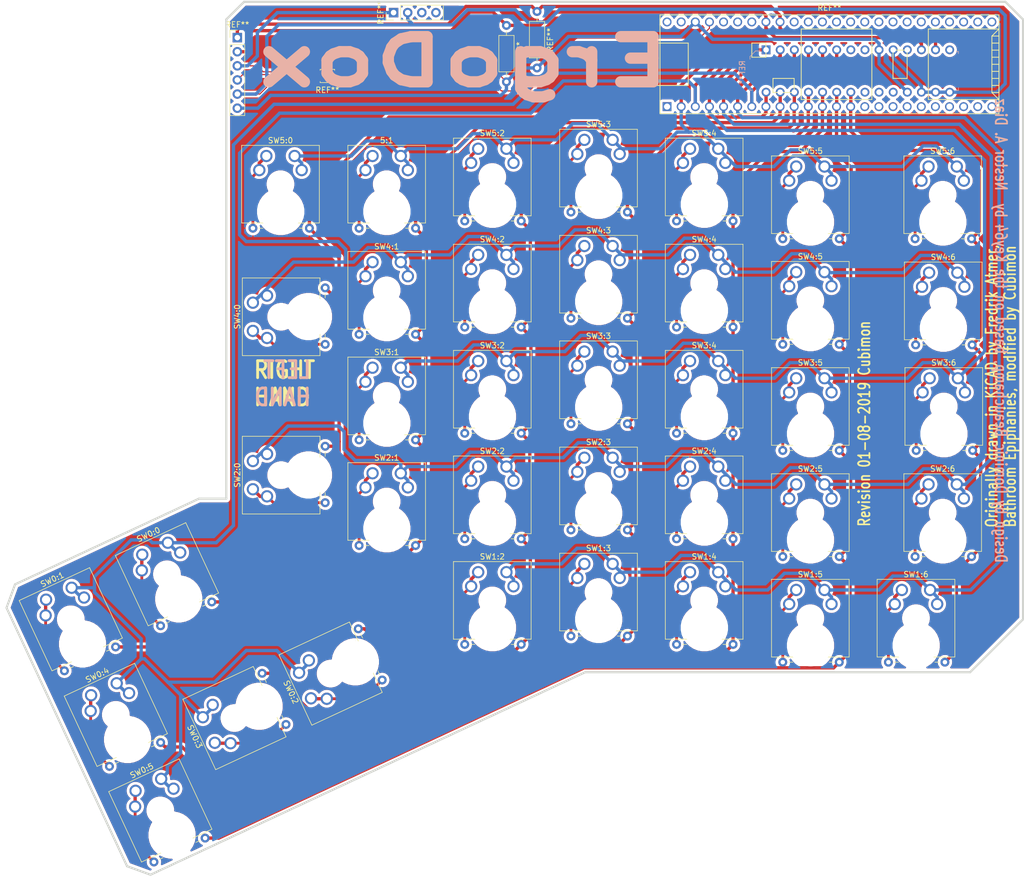
<source format=kicad_pcb>
(kicad_pcb (version 20171130) (host pcbnew 5.1.2)
  (layers (0 Front signal) (31 Back signal) (34 B.Paste user) (35 F.Paste user) (36 B.SilkS user) (37 F.SilkS user) (38 B.Mask user) (39 F.Mask user) (44 Edge.Cuts user))
  (net 0 "")
  (module keyboard:SW_CherryRGB_MX1A_1.50u_Plate (layer Front) (at 67.4 114.9 90)
    (fp_text reference SW2:0 (at -2.54 -2.794 90) (layer F.SilkS))
    (fp_text value SW_Cherry_MX1A_1.50u_Plate)
    (pad 1 thru_hole circle (at 1.27 2.54 90) (size 2.2 2.2) (drill 1.5) (layers *.Cu *.Mask))
    (pad 2 thru_hole circle (at -5.08 0 90) (size 2.2 2.2) (drill 1.5) (layers *.Cu *.Mask))
    (pad "" np_thru_hole circle (at -2.5 10 180) (size 7.5 7.5) (drill oval 7.5) (layers *.Cu *.Mask))
    (pad 1 thru_hole circle (at -7.5 13 90) (size 1.6 1.6) (drill 0.8) (layers *.Cu *.Mask))
    (pad 2 thru_hole oval (at 2.66 13 90) (size 1.6 1.6) (drill 0.8) (layers *.Cu *.Mask))
    (pad "" np_thru_hole circle (at -2.54 5.08 90) (size 4 4) (drill 4) (layers *.Cu *.Mask))
    (pad 2 thru_hole circle (at -6.35 2.54 90) (size 2.2 2.2) (drill 1.5) (layers *.Cu *.Mask))
    (pad 1 thru_hole circle (at 0 0 90) (size 2.2 2.2) (drill 1.5) (layers *.Cu *.Mask))
  )
  (module keyboard:SW_CherryRGB_MX1A_1.50u_Plate (layer Front) (at 67.4 86.4 90)
    (fp_text reference SW4:0 (at -2.54 -2.794 90) (layer F.SilkS))
    (fp_text value SW_Cherry_MX1A_1.50u_Plate)
    (pad 1 thru_hole circle (at 1.27 2.54 90) (size 2.2 2.2) (drill 1.5) (layers *.Cu *.Mask))
    (pad 2 thru_hole circle (at -5.08 0 90) (size 2.2 2.2) (drill 1.5) (layers *.Cu *.Mask))
    (pad "" np_thru_hole circle (at -2.5 10 180) (size 7.5 7.5) (drill oval 7.5) (layers *.Cu *.Mask))
    (pad 1 thru_hole circle (at -7.5 13 90) (size 1.6 1.6) (drill 0.8) (layers *.Cu *.Mask))
    (pad 2 thru_hole oval (at 2.66 13 90) (size 1.6 1.6) (drill 0.8) (layers *.Cu *.Mask))
    (pad "" np_thru_hole circle (at -2.54 5.08 90) (size 4 4) (drill 4) (layers *.Cu *.Mask))
    (pad 2 thru_hole circle (at -6.35 2.54 90) (size 2.2 2.2) (drill 1.5) (layers *.Cu *.Mask))
    (pad 1 thru_hole circle (at 0 0 90) (size 2.2 2.2) (drill 1.5) (layers *.Cu *.Mask))
  )
  (module keyboard:SW_CherryRGB_MX1A_1.50u_Plate (layer Front) (at 194 119.1)
    (fp_text reference SW2:6 (at -2.54 -2.794) (layer F.SilkS))
    (fp_text value SW_Cherry_MX1A_1.50u_Plate)
    (fp_text user REF** (at -2.42 10.63) (layer F.SilkS))
    (pad 1 thru_hole circle (at 0 0) (size 2.2 2.2) (drill 1.5) (layers *.Cu *.Mask))
    (pad 2 thru_hole circle (at -6.35 2.54) (size 2.2 2.2) (drill 1.5) (layers *.Cu *.Mask))
    (pad "" np_thru_hole circle (at -2.54 5.08) (size 4 4) (drill 4) (layers *.Cu *.Mask))
    (pad 2 thru_hole oval (at 2.66 13) (size 1.6 1.6) (drill 0.8) (layers *.Cu *.Mask))
    (pad 1 thru_hole circle (at -7.5 13) (size 1.6 1.6) (drill 0.8) (layers *.Cu *.Mask))
    (pad "" np_thru_hole circle (at -2.5 10 90) (size 7.5 7.5) (drill oval 7.5) (layers *.Cu *.Mask))
    (pad 2 thru_hole circle (at -5.08 0) (size 2.2 2.2) (drill 1.5) (layers *.Cu *.Mask))
    (pad 1 thru_hole circle (at 1.27 2.54) (size 2.2 2.2) (drill 1.5) (layers *.Cu *.Mask))
  )
  (module keyboard:SW_CherryRGB_MX1A_1.50u_Plate (layer Front) (at 194.2 100)
    (fp_text reference SW3:6 (at -2.54 -2.794) (layer F.SilkS))
    (fp_text value SW_Cherry_MX1A_1.50u_Plate)
    (pad 1 thru_hole circle (at 0 0) (size 2.2 2.2) (drill 1.5) (layers *.Cu *.Mask))
    (pad 2 thru_hole circle (at -6.35 2.54) (size 2.2 2.2) (drill 1.5) (layers *.Cu *.Mask))
    (pad "" np_thru_hole circle (at -2.54 5.08) (size 4 4) (drill 4) (layers *.Cu *.Mask))
    (pad 2 thru_hole oval (at 2.66 13) (size 1.6 1.6) (drill 0.8) (layers *.Cu *.Mask))
    (pad 1 thru_hole circle (at -7.5 13) (size 1.6 1.6) (drill 0.8) (layers *.Cu *.Mask))
    (pad "" np_thru_hole circle (at -2.5 10 90) (size 7.5 7.5) (drill oval 7.5) (layers *.Cu *.Mask))
    (pad 2 thru_hole circle (at -5.08 0) (size 2.2 2.2) (drill 1.5) (layers *.Cu *.Mask))
    (pad 1 thru_hole circle (at 1.27 2.54) (size 2.2 2.2) (drill 1.5) (layers *.Cu *.Mask))
  )
  (module keyboard:SW_CherryRGB_MX1A_1.50u_Plate (layer Front) (at 194.1 81)
    (fp_text reference SW4:6 (at -2.54 -2.794) (layer F.SilkS))
    (fp_text value SW_Cherry_MX1A_1.50u_Plate)
    (pad 1 thru_hole circle (at 0 0) (size 2.2 2.2) (drill 1.5) (layers *.Cu *.Mask))
    (pad 2 thru_hole circle (at -6.35 2.54) (size 2.2 2.2) (drill 1.5) (layers *.Cu *.Mask))
    (pad "" np_thru_hole circle (at -2.54 5.08) (size 4 4) (drill 4) (layers *.Cu *.Mask))
    (pad 2 thru_hole oval (at 2.66 13) (size 1.6 1.6) (drill 0.8) (layers *.Cu *.Mask))
    (pad 1 thru_hole circle (at -7.5 13) (size 1.6 1.6) (drill 0.8) (layers *.Cu *.Mask))
    (pad "" np_thru_hole circle (at -2.5 10 90) (size 7.5 7.5) (drill oval 7.5) (layers *.Cu *.Mask))
    (pad 2 thru_hole circle (at -5.08 0) (size 2.2 2.2) (drill 1.5) (layers *.Cu *.Mask))
    (pad 1 thru_hole circle (at 1.27 2.54) (size 2.2 2.2) (drill 1.5) (layers *.Cu *.Mask))
  )
  (module keyboard:SW_CherryRGB_MX1A_1.50u_Plate (layer Front) (at 194 61.9)
    (fp_text reference SW5:6 (at -2.54 -2.794) (layer F.SilkS))
    (fp_text value SW_Cherry_MX1A_1.50u_Plate)
    (pad 1 thru_hole circle (at 0 0) (size 2.2 2.2) (drill 1.5) (layers *.Cu *.Mask))
    (pad 2 thru_hole circle (at -6.35 2.54) (size 2.2 2.2) (drill 1.5) (layers *.Cu *.Mask))
    (pad "" np_thru_hole circle (at -2.54 5.08) (size 4 4) (drill 4) (layers *.Cu *.Mask))
    (pad 2 thru_hole oval (at 2.66 13) (size 1.6 1.6) (drill 0.8) (layers *.Cu *.Mask))
    (pad 1 thru_hole circle (at -7.5 13) (size 1.6 1.6) (drill 0.8) (layers *.Cu *.Mask))
    (pad "" np_thru_hole circle (at -2.5 10 90) (size 7.5 7.5) (drill oval 7.5) (layers *.Cu *.Mask))
    (pad 2 thru_hole circle (at -5.08 0) (size 2.2 2.2) (drill 1.5) (layers *.Cu *.Mask))
    (pad 1 thru_hole circle (at 1.27 2.54) (size 2.2 2.2) (drill 1.5) (layers *.Cu *.Mask))
  )
  (module keyboard:SW_CherryRGB_MX1A_2.00u_Plate (layer Front) (at 58.4 161 115)
    (fp_text reference SW0:3 (at -2.54 -2.794 115) (layer F.SilkS))
    (fp_text value SW_Cherry_MX1A_2.00u_Plate)
    (pad "" np_thru_hole circle (at -2.54 5.08 115) (size 4 4) (drill 4) (layers *.Cu *.Mask))
    (pad 2 thru_hole circle (at -6.35 2.54 115) (size 2.2 2.2) (drill 1.5) (layers *.Cu *.Mask))
    (pad 1 thru_hole circle (at 0 0 115) (size 2.2 2.2) (drill 1.5) (layers *.Cu *.Mask))
    (pad 2 thru_hole oval (at 2.66 13 115) (size 1.6 1.6) (drill 0.8) (layers *.Cu *.Mask))
    (pad 1 thru_hole circle (at -7.5 13 115) (size 1.6 1.6) (drill 0.8) (layers *.Cu *.Mask))
    (pad "" np_thru_hole circle (at -2.5 10 205) (size 7.5 7.5) (drill oval 7.5) (layers *.Cu *.Mask))
    (pad 1 thru_hole circle (at 1.27 2.54 115) (size 2.2 2.2) (drill 1.5) (layers *.Cu *.Mask))
    (pad 2 thru_hole circle (at -5.08 0 115) (size 2.2 2.2) (drill 1.5) (layers *.Cu *.Mask))
  )
  (module keyboard:SW_CherryRGB_MX1A_2.00u_Plate (layer Front) (at 75.7 153 115)
    (fp_text reference SW0:2 (at -2.54 -2.794 115) (layer F.SilkS))
    (fp_text value SW_Cherry_MX1A_2.00u_Plate)
    (pad "" np_thru_hole circle (at -2.54 5.08 115) (size 4 4) (drill 4) (layers *.Cu *.Mask))
    (pad 2 thru_hole circle (at -6.35 2.54 115) (size 2.2 2.2) (drill 1.5) (layers *.Cu *.Mask))
    (pad 1 thru_hole circle (at 0 0 115) (size 2.2 2.2) (drill 1.5) (layers *.Cu *.Mask))
    (pad 2 thru_hole oval (at 2.66 13 115) (size 1.6 1.6) (drill 0.8) (layers *.Cu *.Mask))
    (pad 1 thru_hole circle (at -7.5 13 115) (size 1.6 1.6) (drill 0.8) (layers *.Cu *.Mask))
    (pad "" np_thru_hole circle (at -2.5 10 205) (size 7.5 7.5) (drill oval 7.5) (layers *.Cu *.Mask))
    (pad 1 thru_hole circle (at 1.27 2.54 115) (size 2.2 2.2) (drill 1.5) (layers *.Cu *.Mask))
    (pad 2 thru_hole circle (at -5.08 0 115) (size 2.2 2.2) (drill 1.5) (layers *.Cu *.Mask))
  )
  (module keyboard:SW_CherryRGB_MX1A_1.00u_Plate (layer Front) (at 50.9 172.1 25)
    (fp_text reference SW0:5 (at -2.54 -2.794 25) (layer F.SilkS))
    (fp_text value SW_Cherry_MX1A_1.00u_Plate)
    (pad 1 thru_hole circle (at 0 0 25) (size 2.2 2.2) (drill 1.5) (layers *.Cu *.Mask))
    (pad 2 thru_hole circle (at -6.35 2.54 25) (size 2.2 2.2) (drill 1.5) (layers *.Cu *.Mask))
    (pad "" np_thru_hole circle (at -2.54 5.08 115) (size 4 4) (drill 4) (layers *.Cu *.Mask))
    (pad 2 thru_hole oval (at 2.66 13 25) (size 1.6 1.6) (drill 0.8) (layers *.Cu *.Mask))
    (pad 1 thru_hole circle (at -7.5 13 25) (size 1.6 1.6) (drill 0.8) (layers *.Cu *.Mask))
    (pad "" np_thru_hole circle (at -2.5 10 115) (size 7.5 7.5) (drill oval 7.5) (layers *.Cu *.Mask))
    (pad 2 thru_hole circle (at -5.08 0 25) (size 2.2 2.2) (drill 1.5) (layers *.Cu *.Mask))
    (pad 1 thru_hole circle (at 1.27 2.54 25) (size 2.2 2.2) (drill 1.5) (layers *.Cu *.Mask))
  )
  (module keyboard:SW_CherryRGB_MX1A_1.00u_Plate (layer Front) (at 42.9 154.9 25)
    (fp_text reference SW0:4 (at -2.54 -2.794 25) (layer F.SilkS))
    (fp_text value SW_Cherry_MX1A_1.00u_Plate)
    (pad 1 thru_hole circle (at 0 0 25) (size 2.2 2.2) (drill 1.5) (layers *.Cu *.Mask))
    (pad 2 thru_hole circle (at -6.35 2.54 25) (size 2.2 2.2) (drill 1.5) (layers *.Cu *.Mask))
    (pad "" np_thru_hole circle (at -2.54 5.08 115) (size 4 4) (drill 4) (layers *.Cu *.Mask))
    (pad 2 thru_hole oval (at 2.66 13 25) (size 1.6 1.6) (drill 0.8) (layers *.Cu *.Mask))
    (pad 1 thru_hole circle (at -7.5 13 25) (size 1.6 1.6) (drill 0.8) (layers *.Cu *.Mask))
    (pad "" np_thru_hole circle (at -2.5 10 115) (size 7.5 7.5) (drill oval 7.5) (layers *.Cu *.Mask))
    (pad 2 thru_hole circle (at -5.08 0 25) (size 2.2 2.2) (drill 1.5) (layers *.Cu *.Mask))
    (pad 1 thru_hole circle (at 1.27 2.54 25) (size 2.2 2.2) (drill 1.5) (layers *.Cu *.Mask))
  )
  (module keyboard:SW_CherryRGB_MX1A_1.00u_Plate (layer Front) (at 34.8 137.7 25)
    (fp_text reference SW0:1 (at -2.54 -2.794 25) (layer F.SilkS))
    (fp_text value SW_Cherry_MX1A_1.00u_Plate)
    (pad 1 thru_hole circle (at 0 0 25) (size 2.2 2.2) (drill 1.5) (layers *.Cu *.Mask))
    (pad 2 thru_hole circle (at -6.35 2.54 25) (size 2.2 2.2) (drill 1.5) (layers *.Cu *.Mask))
    (pad "" np_thru_hole circle (at -2.54 5.08 115) (size 4 4) (drill 4) (layers *.Cu *.Mask))
    (pad 2 thru_hole oval (at 2.66 13 25) (size 1.6 1.6) (drill 0.8) (layers *.Cu *.Mask))
    (pad 1 thru_hole circle (at -7.5 13 25) (size 1.6 1.6) (drill 0.8) (layers *.Cu *.Mask))
    (pad "" np_thru_hole circle (at -2.5 10 115) (size 7.5 7.5) (drill oval 7.5) (layers *.Cu *.Mask))
    (pad 2 thru_hole circle (at -5.08 0 25) (size 2.2 2.2) (drill 1.5) (layers *.Cu *.Mask))
    (pad 1 thru_hole circle (at 1.27 2.54 25) (size 2.2 2.2) (drill 1.5) (layers *.Cu *.Mask))
  )
  (module keyboard:SW_CherryRGB_MX1A_1.00u_Plate (layer Front) (at 52.1 129.6 25)
    (fp_text reference SW0:0 (at -2.54 -2.794 25) (layer F.SilkS))
    (fp_text value SW_Cherry_MX1A_1.00u_Plate)
    (pad 1 thru_hole circle (at 0 0 25) (size 2.2 2.2) (drill 1.5) (layers *.Cu *.Mask))
    (pad 2 thru_hole circle (at -6.35 2.54 25) (size 2.2 2.2) (drill 1.5) (layers *.Cu *.Mask))
    (pad "" np_thru_hole circle (at -2.54 5.08 115) (size 4 4) (drill 4) (layers *.Cu *.Mask))
    (pad 2 thru_hole oval (at 2.66 13 25) (size 1.6 1.6) (drill 0.8) (layers *.Cu *.Mask))
    (pad 1 thru_hole circle (at -7.5 13 25) (size 1.6 1.6) (drill 0.8) (layers *.Cu *.Mask))
    (pad "" np_thru_hole circle (at -2.5 10 115) (size 7.5 7.5) (drill oval 7.5) (layers *.Cu *.Mask))
    (pad 2 thru_hole circle (at -5.08 0 25) (size 2.2 2.2) (drill 1.5) (layers *.Cu *.Mask))
    (pad 1 thru_hole circle (at 1.27 2.54 25) (size 2.2 2.2) (drill 1.5) (layers *.Cu *.Mask))
  )
  (module keyboard:SW_CherryRGB_MX1A_1.00u_Plate (layer Front) (at 189.2 138.1)
    (fp_text reference SW1:6 (at -2.54 -2.794) (layer F.SilkS))
    (fp_text value SW_Cherry_MX1A_1.00u_Plate)
    (pad 1 thru_hole circle (at 0 0) (size 2.2 2.2) (drill 1.5) (layers *.Cu *.Mask))
    (pad 2 thru_hole circle (at -6.35 2.54) (size 2.2 2.2) (drill 1.5) (layers *.Cu *.Mask))
    (pad "" np_thru_hole circle (at -2.54 5.08 90) (size 4 4) (drill 4) (layers *.Cu *.Mask))
    (pad 2 thru_hole oval (at 2.66 13) (size 1.6 1.6) (drill 0.8) (layers *.Cu *.Mask))
    (pad 1 thru_hole circle (at -7.5 13) (size 1.6 1.6) (drill 0.8) (layers *.Cu *.Mask))
    (pad "" np_thru_hole circle (at -2.5 10 90) (size 7.5 7.5) (drill oval 7.5) (layers *.Cu *.Mask))
    (pad 2 thru_hole circle (at -5.08 0) (size 2.2 2.2) (drill 1.5) (layers *.Cu *.Mask))
    (pad 1 thru_hole circle (at 1.27 2.54) (size 2.2 2.2) (drill 1.5) (layers *.Cu *.Mask))
  )
  (module keyboard:SW_CherryRGB_MX1A_1.00u_Plate (layer Front) (at 170.2 138.1)
    (fp_text reference SW1:5 (at -2.54 -2.794) (layer F.SilkS))
    (fp_text value SW_Cherry_MX1A_1.00u_Plate)
    (pad 1 thru_hole circle (at 0 0) (size 2.2 2.2) (drill 1.5) (layers *.Cu *.Mask))
    (pad 2 thru_hole circle (at -6.35 2.54) (size 2.2 2.2) (drill 1.5) (layers *.Cu *.Mask))
    (pad "" np_thru_hole circle (at -2.54 5.08 90) (size 4 4) (drill 4) (layers *.Cu *.Mask))
    (pad 2 thru_hole oval (at 2.66 13) (size 1.6 1.6) (drill 0.8) (layers *.Cu *.Mask))
    (pad 1 thru_hole circle (at -7.5 13) (size 1.6 1.6) (drill 0.8) (layers *.Cu *.Mask))
    (pad "" np_thru_hole circle (at -2.5 10 90) (size 7.5 7.5) (drill oval 7.5) (layers *.Cu *.Mask))
    (pad 2 thru_hole circle (at -5.08 0) (size 2.2 2.2) (drill 1.5) (layers *.Cu *.Mask))
    (pad 1 thru_hole circle (at 1.27 2.54) (size 2.2 2.2) (drill 1.5) (layers *.Cu *.Mask))
  )
  (module keyboard:SW_CherryRGB_MX1A_1.00u_Plate (layer Front) (at 151.1 134.9)
    (fp_text reference SW1:4 (at -2.54 -2.794) (layer F.SilkS))
    (fp_text value SW_Cherry_MX1A_1.00u_Plate)
    (pad 1 thru_hole circle (at 0 0) (size 2.2 2.2) (drill 1.5) (layers *.Cu *.Mask))
    (pad 2 thru_hole circle (at -6.35 2.54) (size 2.2 2.2) (drill 1.5) (layers *.Cu *.Mask))
    (pad "" np_thru_hole circle (at -2.54 5.08 90) (size 4 4) (drill 4) (layers *.Cu *.Mask))
    (pad 2 thru_hole oval (at 2.66 13) (size 1.6 1.6) (drill 0.8) (layers *.Cu *.Mask))
    (pad 1 thru_hole circle (at -7.5 13) (size 1.6 1.6) (drill 0.8) (layers *.Cu *.Mask))
    (pad "" np_thru_hole circle (at -2.5 10 90) (size 7.5 7.5) (drill oval 7.5) (layers *.Cu *.Mask))
    (pad 2 thru_hole circle (at -5.08 0) (size 2.2 2.2) (drill 1.5) (layers *.Cu *.Mask))
    (pad 1 thru_hole circle (at 1.27 2.54) (size 2.2 2.2) (drill 1.5) (layers *.Cu *.Mask))
  )
  (module keyboard:SW_CherryRGB_MX1A_1.00u_Plate (layer Front) (at 132.1 133.4)
    (fp_text reference SW1:3 (at -2.54 -2.794) (layer F.SilkS))
    (fp_text value SW_Cherry_MX1A_1.00u_Plate)
    (pad 1 thru_hole circle (at 0 0) (size 2.2 2.2) (drill 1.5) (layers *.Cu *.Mask))
    (pad 2 thru_hole circle (at -6.35 2.54) (size 2.2 2.2) (drill 1.5) (layers *.Cu *.Mask))
    (pad "" np_thru_hole circle (at -2.54 5.08 90) (size 4 4) (drill 4) (layers *.Cu *.Mask))
    (pad 2 thru_hole oval (at 2.66 13) (size 1.6 1.6) (drill 0.8) (layers *.Cu *.Mask))
    (pad 1 thru_hole circle (at -7.5 13) (size 1.6 1.6) (drill 0.8) (layers *.Cu *.Mask))
    (pad "" np_thru_hole circle (at -2.5 10 90) (size 7.5 7.5) (drill oval 7.5) (layers *.Cu *.Mask))
    (pad 2 thru_hole circle (at -5.08 0) (size 2.2 2.2) (drill 1.5) (layers *.Cu *.Mask))
    (pad 1 thru_hole circle (at 1.27 2.54) (size 2.2 2.2) (drill 1.5) (layers *.Cu *.Mask))
  )
  (module keyboard:SW_CherryRGB_MX1A_1.00u_Plate (layer Front) (at 113 134.9)
    (fp_text reference SW1:2 (at -2.54 -2.794) (layer F.SilkS))
    (fp_text value SW_Cherry_MX1A_1.00u_Plate)
    (pad 1 thru_hole circle (at 0 0) (size 2.2 2.2) (drill 1.5) (layers *.Cu *.Mask))
    (pad 2 thru_hole circle (at -6.35 2.54) (size 2.2 2.2) (drill 1.5) (layers *.Cu *.Mask))
    (pad "" np_thru_hole circle (at -2.54 5.08 90) (size 4 4) (drill 4) (layers *.Cu *.Mask))
    (pad 2 thru_hole oval (at 2.66 13) (size 1.6 1.6) (drill 0.8) (layers *.Cu *.Mask))
    (pad 1 thru_hole circle (at -7.5 13) (size 1.6 1.6) (drill 0.8) (layers *.Cu *.Mask))
    (pad "" np_thru_hole circle (at -2.5 10 90) (size 7.5 7.5) (drill oval 7.5) (layers *.Cu *.Mask))
    (pad 2 thru_hole circle (at -5.08 0) (size 2.2 2.2) (drill 1.5) (layers *.Cu *.Mask))
    (pad 1 thru_hole circle (at 1.27 2.54) (size 2.2 2.2) (drill 1.5) (layers *.Cu *.Mask))
  )
  (module keyboard:SW_CherryRGB_MX1A_1.00u_Plate (layer Front) (at 170.2 119.1)
    (fp_text reference SW2:5 (at -2.54 -2.794) (layer F.SilkS))
    (fp_text value SW_Cherry_MX1A_1.00u_Plate)
    (pad 1 thru_hole circle (at 0 0) (size 2.2 2.2) (drill 1.5) (layers *.Cu *.Mask))
    (pad 2 thru_hole circle (at -6.35 2.54) (size 2.2 2.2) (drill 1.5) (layers *.Cu *.Mask))
    (pad "" np_thru_hole circle (at -2.54 5.08 90) (size 4 4) (drill 4) (layers *.Cu *.Mask))
    (pad 2 thru_hole oval (at 2.66 13) (size 1.6 1.6) (drill 0.8) (layers *.Cu *.Mask))
    (pad 1 thru_hole circle (at -7.5 13) (size 1.6 1.6) (drill 0.8) (layers *.Cu *.Mask))
    (pad "" np_thru_hole circle (at -2.5 10 90) (size 7.5 7.5) (drill oval 7.5) (layers *.Cu *.Mask))
    (pad 2 thru_hole circle (at -5.08 0) (size 2.2 2.2) (drill 1.5) (layers *.Cu *.Mask))
    (pad 1 thru_hole circle (at 1.27 2.54) (size 2.2 2.2) (drill 1.5) (layers *.Cu *.Mask))
  )
  (module keyboard:SW_CherryRGB_MX1A_1.00u_Plate (layer Front) (at 151.1 115.9)
    (fp_text reference SW2:4 (at -2.54 -2.794) (layer F.SilkS))
    (fp_text value SW_Cherry_MX1A_1.00u_Plate)
    (pad 1 thru_hole circle (at 0 0) (size 2.2 2.2) (drill 1.5) (layers *.Cu *.Mask))
    (pad 2 thru_hole circle (at -6.35 2.54) (size 2.2 2.2) (drill 1.5) (layers *.Cu *.Mask))
    (pad "" np_thru_hole circle (at -2.54 5.08 90) (size 4 4) (drill 4) (layers *.Cu *.Mask))
    (pad 2 thru_hole oval (at 2.66 13) (size 1.6 1.6) (drill 0.8) (layers *.Cu *.Mask))
    (pad 1 thru_hole circle (at -7.5 13) (size 1.6 1.6) (drill 0.8) (layers *.Cu *.Mask))
    (pad "" np_thru_hole circle (at -2.5 10 90) (size 7.5 7.5) (drill oval 7.5) (layers *.Cu *.Mask))
    (pad 2 thru_hole circle (at -5.08 0) (size 2.2 2.2) (drill 1.5) (layers *.Cu *.Mask))
    (pad 1 thru_hole circle (at 1.27 2.54) (size 2.2 2.2) (drill 1.5) (layers *.Cu *.Mask))
  )
  (module keyboard:SW_CherryRGB_MX1A_1.00u_Plate (layer Front) (at 132.1 114.3)
    (fp_text reference SW2:3 (at -2.54 -2.794) (layer F.SilkS))
    (fp_text value SW_Cherry_MX1A_1.00u_Plate)
    (pad 1 thru_hole circle (at 0 0) (size 2.2 2.2) (drill 1.5) (layers *.Cu *.Mask))
    (pad 2 thru_hole circle (at -6.35 2.54) (size 2.2 2.2) (drill 1.5) (layers *.Cu *.Mask))
    (pad "" np_thru_hole circle (at -2.54 5.08 90) (size 4 4) (drill 4) (layers *.Cu *.Mask))
    (pad 2 thru_hole oval (at 2.66 13) (size 1.6 1.6) (drill 0.8) (layers *.Cu *.Mask))
    (pad 1 thru_hole circle (at -7.5 13) (size 1.6 1.6) (drill 0.8) (layers *.Cu *.Mask))
    (pad "" np_thru_hole circle (at -2.5 10 90) (size 7.5 7.5) (drill oval 7.5) (layers *.Cu *.Mask))
    (pad 2 thru_hole circle (at -5.08 0) (size 2.2 2.2) (drill 1.5) (layers *.Cu *.Mask))
    (pad 1 thru_hole circle (at 1.27 2.54) (size 2.2 2.2) (drill 1.5) (layers *.Cu *.Mask))
  )
  (module keyboard:SW_CherryRGB_MX1A_1.00u_Plate (layer Front) (at 113 115.9)
    (fp_text reference SW2:2 (at -2.54 -2.794) (layer F.SilkS))
    (fp_text value SW_Cherry_MX1A_1.00u_Plate)
    (pad 1 thru_hole circle (at 0 0) (size 2.2 2.2) (drill 1.5) (layers *.Cu *.Mask))
    (pad 2 thru_hole circle (at -6.35 2.54) (size 2.2 2.2) (drill 1.5) (layers *.Cu *.Mask))
    (pad "" np_thru_hole circle (at -2.54 5.08 90) (size 4 4) (drill 4) (layers *.Cu *.Mask))
    (pad 2 thru_hole oval (at 2.66 13) (size 1.6 1.6) (drill 0.8) (layers *.Cu *.Mask))
    (pad 1 thru_hole circle (at -7.5 13) (size 1.6 1.6) (drill 0.8) (layers *.Cu *.Mask))
    (pad "" np_thru_hole circle (at -2.5 10 90) (size 7.5 7.5) (drill oval 7.5) (layers *.Cu *.Mask))
    (pad 2 thru_hole circle (at -5.08 0) (size 2.2 2.2) (drill 1.5) (layers *.Cu *.Mask))
    (pad 1 thru_hole circle (at 1.27 2.54) (size 2.2 2.2) (drill 1.5) (layers *.Cu *.Mask))
  )
  (module keyboard:SW_CherryRGB_MX1A_1.00u_Plate (layer Front) (at 94 117.1)
    (fp_text reference SW2:1 (at -2.54 -2.794) (layer F.SilkS))
    (fp_text value SW_Cherry_MX1A_1.00u_Plate)
    (pad 1 thru_hole circle (at 0 0) (size 2.2 2.2) (drill 1.5) (layers *.Cu *.Mask))
    (pad 2 thru_hole circle (at -6.35 2.54) (size 2.2 2.2) (drill 1.5) (layers *.Cu *.Mask))
    (pad "" np_thru_hole circle (at -2.54 5.08 90) (size 4 4) (drill 4) (layers *.Cu *.Mask))
    (pad 2 thru_hole oval (at 2.66 13) (size 1.6 1.6) (drill 0.8) (layers *.Cu *.Mask))
    (pad 1 thru_hole circle (at -7.5 13) (size 1.6 1.6) (drill 0.8) (layers *.Cu *.Mask))
    (pad "" np_thru_hole circle (at -2.5 10 90) (size 7.5 7.5) (drill oval 7.5) (layers *.Cu *.Mask))
    (pad 2 thru_hole circle (at -5.08 0) (size 2.2 2.2) (drill 1.5) (layers *.Cu *.Mask))
    (pad 1 thru_hole circle (at 1.27 2.54) (size 2.2 2.2) (drill 1.5) (layers *.Cu *.Mask))
  )
  (module keyboard:SW_CherryRGB_MX1A_1.00u_Plate (layer Front) (at 170.2 100)
    (fp_text reference SW3:5 (at -2.54 -2.794) (layer F.SilkS))
    (fp_text value SW_Cherry_MX1A_1.00u_Plate)
    (pad 1 thru_hole circle (at 0 0) (size 2.2 2.2) (drill 1.5) (layers *.Cu *.Mask))
    (pad 2 thru_hole circle (at -6.35 2.54) (size 2.2 2.2) (drill 1.5) (layers *.Cu *.Mask))
    (pad "" np_thru_hole circle (at -2.54 5.08 90) (size 4 4) (drill 4) (layers *.Cu *.Mask))
    (pad 2 thru_hole oval (at 2.66 13) (size 1.6 1.6) (drill 0.8) (layers *.Cu *.Mask))
    (pad 1 thru_hole circle (at -7.5 13) (size 1.6 1.6) (drill 0.8) (layers *.Cu *.Mask))
    (pad "" np_thru_hole circle (at -2.5 10 90) (size 7.5 7.5) (drill oval 7.5) (layers *.Cu *.Mask))
    (pad 2 thru_hole circle (at -5.08 0) (size 2.2 2.2) (drill 1.5) (layers *.Cu *.Mask))
    (pad 1 thru_hole circle (at 1.27 2.54) (size 2.2 2.2) (drill 1.5) (layers *.Cu *.Mask))
  )
  (module keyboard:SW_CherryRGB_MX1A_1.00u_Plate (layer Front) (at 151.1 96.9)
    (fp_text reference SW3:4 (at -2.54 -2.794) (layer F.SilkS))
    (fp_text value SW_Cherry_MX1A_1.00u_Plate)
    (pad 1 thru_hole circle (at 0 0) (size 2.2 2.2) (drill 1.5) (layers *.Cu *.Mask))
    (pad 2 thru_hole circle (at -6.35 2.54) (size 2.2 2.2) (drill 1.5) (layers *.Cu *.Mask))
    (pad "" np_thru_hole circle (at -2.54 5.08 90) (size 4 4) (drill 4) (layers *.Cu *.Mask))
    (pad 2 thru_hole oval (at 2.66 13) (size 1.6 1.6) (drill 0.8) (layers *.Cu *.Mask))
    (pad 1 thru_hole circle (at -7.5 13) (size 1.6 1.6) (drill 0.8) (layers *.Cu *.Mask))
    (pad "" np_thru_hole circle (at -2.5 10 90) (size 7.5 7.5) (drill oval 7.5) (layers *.Cu *.Mask))
    (pad 2 thru_hole circle (at -5.08 0) (size 2.2 2.2) (drill 1.5) (layers *.Cu *.Mask))
    (pad 1 thru_hole circle (at 1.27 2.54) (size 2.2 2.2) (drill 1.5) (layers *.Cu *.Mask))
  )
  (module keyboard:SW_CherryRGB_MX1A_1.00u_Plate (layer Front) (at 132.1 95.2)
    (fp_text reference SW3:3 (at -2.54 -2.794) (layer F.SilkS))
    (fp_text value SW_Cherry_MX1A_1.00u_Plate)
    (pad 1 thru_hole circle (at 0 0) (size 2.2 2.2) (drill 1.5) (layers *.Cu *.Mask))
    (pad 2 thru_hole circle (at -6.35 2.54) (size 2.2 2.2) (drill 1.5) (layers *.Cu *.Mask))
    (pad "" np_thru_hole circle (at -2.54 5.08 90) (size 4 4) (drill 4) (layers *.Cu *.Mask))
    (pad 2 thru_hole oval (at 2.66 13) (size 1.6 1.6) (drill 0.8) (layers *.Cu *.Mask))
    (pad 1 thru_hole circle (at -7.5 13) (size 1.6 1.6) (drill 0.8) (layers *.Cu *.Mask))
    (pad "" np_thru_hole circle (at -2.5 10 90) (size 7.5 7.5) (drill oval 7.5) (layers *.Cu *.Mask))
    (pad 2 thru_hole circle (at -5.08 0) (size 2.2 2.2) (drill 1.5) (layers *.Cu *.Mask))
    (pad 1 thru_hole circle (at 1.27 2.54) (size 2.2 2.2) (drill 1.5) (layers *.Cu *.Mask))
  )
  (module keyboard:SW_CherryRGB_MX1A_1.00u_Plate (layer Front) (at 113 96.9)
    (fp_text reference SW3:2 (at -2.54 -2.794) (layer F.SilkS))
    (fp_text value SW_Cherry_MX1A_1.00u_Plate)
    (pad 1 thru_hole circle (at 0 0) (size 2.2 2.2) (drill 1.5) (layers *.Cu *.Mask))
    (pad 2 thru_hole circle (at -6.35 2.54) (size 2.2 2.2) (drill 1.5) (layers *.Cu *.Mask))
    (pad "" np_thru_hole circle (at -2.54 5.08 90) (size 4 4) (drill 4) (layers *.Cu *.Mask))
    (pad 2 thru_hole oval (at 2.66 13) (size 1.6 1.6) (drill 0.8) (layers *.Cu *.Mask))
    (pad 1 thru_hole circle (at -7.5 13) (size 1.6 1.6) (drill 0.8) (layers *.Cu *.Mask))
    (pad "" np_thru_hole circle (at -2.5 10 90) (size 7.5 7.5) (drill oval 7.5) (layers *.Cu *.Mask))
    (pad 2 thru_hole circle (at -5.08 0) (size 2.2 2.2) (drill 1.5) (layers *.Cu *.Mask))
    (pad 1 thru_hole circle (at 1.27 2.54) (size 2.2 2.2) (drill 1.5) (layers *.Cu *.Mask))
  )
  (module keyboard:SW_CherryRGB_MX1A_1.00u_Plate (layer Front) (at 94 98.1)
    (fp_text reference SW3:1 (at -2.54 -2.794) (layer F.SilkS))
    (fp_text value SW_Cherry_MX1A_1.00u_Plate)
    (pad 1 thru_hole circle (at 0 0) (size 2.2 2.2) (drill 1.5) (layers *.Cu *.Mask))
    (pad 2 thru_hole circle (at -6.35 2.54) (size 2.2 2.2) (drill 1.5) (layers *.Cu *.Mask))
    (pad "" np_thru_hole circle (at -2.54 5.08 90) (size 4 4) (drill 4) (layers *.Cu *.Mask))
    (pad 2 thru_hole oval (at 2.66 13) (size 1.6 1.6) (drill 0.8) (layers *.Cu *.Mask))
    (pad 1 thru_hole circle (at -7.5 13) (size 1.6 1.6) (drill 0.8) (layers *.Cu *.Mask))
    (pad "" np_thru_hole circle (at -2.5 10 90) (size 7.5 7.5) (drill oval 7.5) (layers *.Cu *.Mask))
    (pad 2 thru_hole circle (at -5.08 0) (size 2.2 2.2) (drill 1.5) (layers *.Cu *.Mask))
    (pad 1 thru_hole circle (at 1.27 2.54) (size 2.2 2.2) (drill 1.5) (layers *.Cu *.Mask))
  )
  (module keyboard:SW_CherryRGB_MX1A_1.00u_Plate (layer Front) (at 170.2 80.9)
    (fp_text reference SW4:5 (at -2.54 -2.794) (layer F.SilkS))
    (fp_text value SW_Cherry_MX1A_1.00u_Plate)
    (pad 1 thru_hole circle (at 0 0) (size 2.2 2.2) (drill 1.5) (layers *.Cu *.Mask))
    (pad 2 thru_hole circle (at -6.35 2.54) (size 2.2 2.2) (drill 1.5) (layers *.Cu *.Mask))
    (pad "" np_thru_hole circle (at -2.54 5.08 90) (size 4 4) (drill 4) (layers *.Cu *.Mask))
    (pad 2 thru_hole oval (at 2.66 13) (size 1.6 1.6) (drill 0.8) (layers *.Cu *.Mask))
    (pad 1 thru_hole circle (at -7.5 13) (size 1.6 1.6) (drill 0.8) (layers *.Cu *.Mask))
    (pad "" np_thru_hole circle (at -2.5 10 90) (size 7.5 7.5) (drill oval 7.5) (layers *.Cu *.Mask))
    (pad 2 thru_hole circle (at -5.08 0) (size 2.2 2.2) (drill 1.5) (layers *.Cu *.Mask))
    (pad 1 thru_hole circle (at 1.27 2.54) (size 2.2 2.2) (drill 1.5) (layers *.Cu *.Mask))
  )
  (module keyboard:SW_CherryRGB_MX1A_1.00u_Plate (layer Front) (at 151.1 77.8)
    (fp_text reference SW4:4 (at -2.54 -2.794) (layer F.SilkS))
    (fp_text value SW_Cherry_MX1A_1.00u_Plate)
    (pad 1 thru_hole circle (at 0 0) (size 2.2 2.2) (drill 1.5) (layers *.Cu *.Mask))
    (pad 2 thru_hole circle (at -6.35 2.54) (size 2.2 2.2) (drill 1.5) (layers *.Cu *.Mask))
    (pad "" np_thru_hole circle (at -2.54 5.08 90) (size 4 4) (drill 4) (layers *.Cu *.Mask))
    (pad 2 thru_hole oval (at 2.66 13) (size 1.6 1.6) (drill 0.8) (layers *.Cu *.Mask))
    (pad 1 thru_hole circle (at -7.5 13) (size 1.6 1.6) (drill 0.8) (layers *.Cu *.Mask))
    (pad "" np_thru_hole circle (at -2.5 10 90) (size 7.5 7.5) (drill oval 7.5) (layers *.Cu *.Mask))
    (pad 2 thru_hole circle (at -5.08 0) (size 2.2 2.2) (drill 1.5) (layers *.Cu *.Mask))
    (pad 1 thru_hole circle (at 1.27 2.54) (size 2.2 2.2) (drill 1.5) (layers *.Cu *.Mask))
  )
  (module keyboard:SW_CherryRGB_MX1A_1.00u_Plate (layer Front) (at 132.1 76.2)
    (fp_text reference SW4:3 (at -2.54 -2.794) (layer F.SilkS))
    (fp_text value SW_Cherry_MX1A_1.00u_Plate)
    (pad 1 thru_hole circle (at 0 0) (size 2.2 2.2) (drill 1.5) (layers *.Cu *.Mask))
    (pad 2 thru_hole circle (at -6.35 2.54) (size 2.2 2.2) (drill 1.5) (layers *.Cu *.Mask))
    (pad "" np_thru_hole circle (at -2.54 5.08 90) (size 4 4) (drill 4) (layers *.Cu *.Mask))
    (pad 2 thru_hole oval (at 2.66 13) (size 1.6 1.6) (drill 0.8) (layers *.Cu *.Mask))
    (pad 1 thru_hole circle (at -7.5 13) (size 1.6 1.6) (drill 0.8) (layers *.Cu *.Mask))
    (pad "" np_thru_hole circle (at -2.5 10 90) (size 7.5 7.5) (drill oval 7.5) (layers *.Cu *.Mask))
    (pad 2 thru_hole circle (at -5.08 0) (size 2.2 2.2) (drill 1.5) (layers *.Cu *.Mask))
    (pad 1 thru_hole circle (at 1.27 2.54) (size 2.2 2.2) (drill 1.5) (layers *.Cu *.Mask))
  )
  (module keyboard:SW_CherryRGB_MX1A_1.00u_Plate (layer Front) (at 113 77.8)
    (fp_text reference SW4:2 (at -2.54 -2.794) (layer F.SilkS))
    (fp_text value SW_Cherry_MX1A_1.00u_Plate)
    (pad 1 thru_hole circle (at 0 0) (size 2.2 2.2) (drill 1.5) (layers *.Cu *.Mask))
    (pad 2 thru_hole circle (at -6.35 2.54) (size 2.2 2.2) (drill 1.5) (layers *.Cu *.Mask))
    (pad "" np_thru_hole circle (at -2.54 5.08 90) (size 4 4) (drill 4) (layers *.Cu *.Mask))
    (pad 2 thru_hole oval (at 2.66 13) (size 1.6 1.6) (drill 0.8) (layers *.Cu *.Mask))
    (pad 1 thru_hole circle (at -7.5 13) (size 1.6 1.6) (drill 0.8) (layers *.Cu *.Mask))
    (pad "" np_thru_hole circle (at -2.5 10 90) (size 7.5 7.5) (drill oval 7.5) (layers *.Cu *.Mask))
    (pad 2 thru_hole circle (at -5.08 0) (size 2.2 2.2) (drill 1.5) (layers *.Cu *.Mask))
    (pad 1 thru_hole circle (at 1.27 2.54) (size 2.2 2.2) (drill 1.5) (layers *.Cu *.Mask))
  )
  (module keyboard:SW_CherryRGB_MX1A_1.00u_Plate (layer Front) (at 94 79.1)
    (fp_text reference SW4:1 (at -2.54 -2.794) (layer F.SilkS))
    (fp_text value SW_Cherry_MX1A_1.00u_Plate)
    (pad 1 thru_hole circle (at 0 0) (size 2.2 2.2) (drill 1.5) (layers *.Cu *.Mask))
    (pad 2 thru_hole circle (at -6.35 2.54) (size 2.2 2.2) (drill 1.5) (layers *.Cu *.Mask))
    (pad "" np_thru_hole circle (at -2.54 5.08 90) (size 4 4) (drill 4) (layers *.Cu *.Mask))
    (pad 2 thru_hole oval (at 2.66 13) (size 1.6 1.6) (drill 0.8) (layers *.Cu *.Mask))
    (pad 1 thru_hole circle (at -7.5 13) (size 1.6 1.6) (drill 0.8) (layers *.Cu *.Mask))
    (pad "" np_thru_hole circle (at -2.5 10 90) (size 7.5 7.5) (drill oval 7.5) (layers *.Cu *.Mask))
    (pad 2 thru_hole circle (at -5.08 0) (size 2.2 2.2) (drill 1.5) (layers *.Cu *.Mask))
    (pad 1 thru_hole circle (at 1.27 2.54) (size 2.2 2.2) (drill 1.5) (layers *.Cu *.Mask))
  )
  (module keyboard:SW_CherryRGB_MX1A_1.00u_Plate (layer Front) (at 170.2 61.9)
    (fp_text reference SW5:5 (at -2.54 -2.794) (layer F.SilkS))
    (fp_text value SW_Cherry_MX1A_1.00u_Plate)
    (pad 1 thru_hole circle (at 0 0) (size 2.2 2.2) (drill 1.5) (layers *.Cu *.Mask))
    (pad 2 thru_hole circle (at -6.35 2.54) (size 2.2 2.2) (drill 1.5) (layers *.Cu *.Mask))
    (pad "" np_thru_hole circle (at -2.54 5.08 90) (size 4 4) (drill 4) (layers *.Cu *.Mask))
    (pad 2 thru_hole oval (at 2.66 13) (size 1.6 1.6) (drill 0.8) (layers *.Cu *.Mask))
    (pad 1 thru_hole circle (at -7.5 13) (size 1.6 1.6) (drill 0.8) (layers *.Cu *.Mask))
    (pad "" np_thru_hole circle (at -2.5 10 90) (size 7.5 7.5) (drill oval 7.5) (layers *.Cu *.Mask))
    (pad 2 thru_hole circle (at -5.08 0) (size 2.2 2.2) (drill 1.5) (layers *.Cu *.Mask))
    (pad 1 thru_hole circle (at 1.27 2.54) (size 2.2 2.2) (drill 1.5) (layers *.Cu *.Mask))
  )
  (module keyboard:SW_CherryRGB_MX1A_1.00u_Plate (layer Front) (at 151.1 58.7)
    (fp_text reference SW5:4 (at -2.54 -2.794) (layer F.SilkS))
    (fp_text value SW_Cherry_MX1A_1.00u_Plate)
    (pad 1 thru_hole circle (at 0 0) (size 2.2 2.2) (drill 1.5) (layers *.Cu *.Mask))
    (pad 2 thru_hole circle (at -6.35 2.54) (size 2.2 2.2) (drill 1.5) (layers *.Cu *.Mask))
    (pad "" np_thru_hole circle (at -2.54 5.08 90) (size 4 4) (drill 4) (layers *.Cu *.Mask))
    (pad 2 thru_hole oval (at 2.66 13) (size 1.6 1.6) (drill 0.8) (layers *.Cu *.Mask))
    (pad 1 thru_hole circle (at -7.5 13) (size 1.6 1.6) (drill 0.8) (layers *.Cu *.Mask))
    (pad "" np_thru_hole circle (at -2.5 10 90) (size 7.5 7.5) (drill oval 7.5) (layers *.Cu *.Mask))
    (pad 2 thru_hole circle (at -5.08 0) (size 2.2 2.2) (drill 1.5) (layers *.Cu *.Mask))
    (pad 1 thru_hole circle (at 1.27 2.54) (size 2.2 2.2) (drill 1.5) (layers *.Cu *.Mask))
  )
  (module keyboard:SW_CherryRGB_MX1A_1.00u_Plate (layer Front) (at 132.1 57.1)
    (fp_text reference SW5:3 (at -2.54 -2.794) (layer F.SilkS))
    (fp_text value SW_Cherry_MX1A_1.00u_Plate)
    (pad 1 thru_hole circle (at 0 0) (size 2.2 2.2) (drill 1.5) (layers *.Cu *.Mask))
    (pad 2 thru_hole circle (at -6.35 2.54) (size 2.2 2.2) (drill 1.5) (layers *.Cu *.Mask))
    (pad "" np_thru_hole circle (at -2.54 5.08 90) (size 4 4) (drill 4) (layers *.Cu *.Mask))
    (pad 2 thru_hole oval (at 2.66 13) (size 1.6 1.6) (drill 0.8) (layers *.Cu *.Mask))
    (pad 1 thru_hole circle (at -7.5 13) (size 1.6 1.6) (drill 0.8) (layers *.Cu *.Mask))
    (pad "" np_thru_hole circle (at -2.5 10 90) (size 7.5 7.5) (drill oval 7.5) (layers *.Cu *.Mask))
    (pad 2 thru_hole circle (at -5.08 0) (size 2.2 2.2) (drill 1.5) (layers *.Cu *.Mask))
    (pad 1 thru_hole circle (at 1.27 2.54) (size 2.2 2.2) (drill 1.5) (layers *.Cu *.Mask))
  )
  (module keyboard:SW_CherryRGB_MX1A_1.00u_Plate (layer Front) (at 113 58.7)
    (fp_text reference SW5:2 (at -2.54 -2.794) (layer F.SilkS))
    (fp_text value SW_Cherry_MX1A_1.00u_Plate)
    (pad 1 thru_hole circle (at 0 0) (size 2.2 2.2) (drill 1.5) (layers *.Cu *.Mask))
    (pad 2 thru_hole circle (at -6.35 2.54) (size 2.2 2.2) (drill 1.5) (layers *.Cu *.Mask))
    (pad "" np_thru_hole circle (at -2.54 5.08 90) (size 4 4) (drill 4) (layers *.Cu *.Mask))
    (pad 2 thru_hole oval (at 2.66 13) (size 1.6 1.6) (drill 0.8) (layers *.Cu *.Mask))
    (pad 1 thru_hole circle (at -7.5 13) (size 1.6 1.6) (drill 0.8) (layers *.Cu *.Mask))
    (pad "" np_thru_hole circle (at -2.5 10 90) (size 7.5 7.5) (drill oval 7.5) (layers *.Cu *.Mask))
    (pad 2 thru_hole circle (at -5.08 0) (size 2.2 2.2) (drill 1.5) (layers *.Cu *.Mask))
    (pad 1 thru_hole circle (at 1.27 2.54) (size 2.2 2.2) (drill 1.5) (layers *.Cu *.Mask))
  )
  (module keyboard:SW_CherryRGB_MX1A_1.00u_Plate (layer Front) (at 94 60)
    (fp_text reference 5:1 (at -2.54 -2.794) (layer F.SilkS))
    (fp_text value SW_Cherry_MX1A_1.00u_Plate)
    (pad 1 thru_hole circle (at 1.27 2.54) (size 2.2 2.2) (drill 1.5) (layers *.Cu *.Mask))
    (pad 2 thru_hole circle (at -5.08 0) (size 2.2 2.2) (drill 1.5) (layers *.Cu *.Mask))
    (pad "" np_thru_hole circle (at -2.5 10 90) (size 7.5 7.5) (drill oval 7.5) (layers *.Cu *.Mask))
    (pad 1 thru_hole circle (at -7.5 13) (size 1.6 1.6) (drill 0.8) (layers *.Cu *.Mask))
    (pad 2 thru_hole oval (at 2.66 13) (size 1.6 1.6) (drill 0.8) (layers *.Cu *.Mask))
    (pad "" np_thru_hole circle (at -2.54 5.08 90) (size 4 4) (drill 4) (layers *.Cu *.Mask))
    (pad 2 thru_hole circle (at -6.35 2.54) (size 2.2 2.2) (drill 1.5) (layers *.Cu *.Mask))
    (pad 1 thru_hole circle (at 0 0) (size 2.2 2.2) (drill 1.5) (layers *.Cu *.Mask))
  )
  (module keyboard:SW_CherryRGB_MX1A_1.00u_Plate (layer Front) (at 74.9 60)
    (fp_text reference SW5:0 (at -2.54 -2.794) (layer F.SilkS))
    (fp_text value SW_Cherry_MX1A_1.00u_Plate)
    (pad 1 thru_hole circle (at 1.27 2.54) (size 2.2 2.2) (drill 1.5) (layers *.Cu *.Mask))
    (pad 2 thru_hole circle (at -5.08 0) (size 2.2 2.2) (drill 1.5) (layers *.Cu *.Mask))
    (pad "" np_thru_hole circle (at -2.5 10 90) (size 7.5 7.5) (drill oval 7.5) (layers *.Cu *.Mask))
    (pad 1 thru_hole circle (at -7.5 13) (size 1.6 1.6) (drill 0.8) (layers *.Cu *.Mask))
    (pad 2 thru_hole oval (at 2.66 13) (size 1.6 1.6) (drill 0.8) (layers *.Cu *.Mask))
    (pad "" np_thru_hole circle (at -2.54 5.08 90) (size 4 4) (drill 4) (layers *.Cu *.Mask))
    (pad 2 thru_hole circle (at -6.35 2.54) (size 2.2 2.2) (drill 1.5) (layers *.Cu *.Mask))
    (pad 1 thru_hole circle (at 0 0) (size 2.2 2.2) (drill 1.5) (layers *.Cu *.Mask))
  )
  (module Connector_PinHeader_2.54mm:PinHeader_1x04_P2.54mm_Vertical (layer Front) (at 92.7 34.2 90)
    (fp_text reference REF** (at 0 -2.33 90) (layer F.SilkS))
    (fp_text value PinHeader_1x04_P2.54mm_Vertical)
    (pad 4 thru_hole oval (at 0 7.62 90) (size 1.7 1.7) (drill 1) (layers *.Cu *.Mask))
    (pad 3 thru_hole oval (at 0 5.08 90) (size 1.7 1.7) (drill 1) (layers *.Cu *.Mask))
    (pad GND thru_hole oval (at 0 2.54 90) (size 1.7 1.7) (drill 1) (layers *.Cu *.Mask))
    (pad 5V thru_hole rect (at 0 0 90) (size 1.7 1.7) (drill 1) (layers *.Cu *.Mask))
  )
  (module teensy-footprints:Teensy35_36_outer (layer Front) (at 171.1 43.5)
    (fp_text reference REF** (at 0 -10.16) (layer F.SilkS))
    (fp_text value Teensy3.5/3.6)
    (pad 17 thru_hole circle (at 11.43 7.62) (size 1.6 1.6) (drill 1.1) (layers *.Cu *.Mask))
    (pad 18 thru_hole circle (at 13.97 7.62) (size 1.6 1.6) (drill 1.1) (layers *.Cu *.Mask))
    (pad 19 thru_hole circle (at 16.51 7.62) (size 1.6 1.6) (drill 1.1) (layers *.Cu *.Mask))
    (pad 20 thru_hole circle (at 19.05 7.62) (size 1.6 1.6) (drill 1.1) (layers *.Cu *.Mask))
    (pad 16 thru_hole circle (at 8.89 7.62) (size 1.6 1.6) (drill 1.1) (layers *.Cu *.Mask))
    (pad 15 thru_hole circle (at 6.35 7.62) (size 1.6 1.6) (drill 1.1) (layers *.Cu *.Mask))
    (pad COL6 thru_hole circle (at 3.81 7.62) (size 1.6 1.6) (drill 1.1) (layers *.Cu *.Mask))
    (pad 21 thru_hole circle (at 21.59 7.62) (size 1.6 1.6) (drill 1.1) (layers *.Cu *.Mask))
    (pad 22 thru_hole circle (at 24.13 7.62) (size 1.6 1.6) (drill 1.1) (layers *.Cu *.Mask))
    (pad 23 thru_hole circle (at 26.67 7.62) (size 1.6 1.6) (drill 1.1) (layers *.Cu *.Mask))
    (pad 24 thru_hole circle (at 29.21 7.62) (size 1.6 1.6) (drill 1.1) (layers *.Cu *.Mask))
    (pad 30 thru_hole circle (at 29.21 -7.62) (size 1.6 1.6) (drill 1.1) (layers *.Cu *.Mask))
    (pad 31 thru_hole circle (at 26.67 -7.62) (size 1.6 1.6) (drill 1.1) (layers *.Cu *.Mask))
    (pad 32 thru_hole circle (at 24.13 -7.62) (size 1.6 1.6) (drill 1.1) (layers *.Cu *.Mask))
    (pad 33 thru_hole circle (at 21.59 -7.62) (size 1.6 1.6) (drill 1.1) (layers *.Cu *.Mask))
    (pad 34 thru_hole circle (at 19.05 -7.62) (size 1.6 1.6) (drill 1.1) (layers *.Cu *.Mask))
    (pad 35 thru_hole circle (at 16.51 -7.62) (size 1.6 1.6) (drill 1.1) (layers *.Cu *.Mask))
    (pad 36 thru_hole circle (at 13.97 -7.62) (size 1.6 1.6) (drill 1.1) (layers *.Cu *.Mask))
    (pad 37 thru_hole circle (at 11.43 -7.62) (size 1.6 1.6) (drill 1.1) (layers *.Cu *.Mask))
    (pad COL5 thru_hole circle (at 1.27 7.62) (size 1.6 1.6) (drill 1.1) (layers *.Cu *.Mask))
    (pad COL4 thru_hole circle (at -1.27 7.62) (size 1.6 1.6) (drill 1.1) (layers *.Cu *.Mask))
    (pad COL3 thru_hole circle (at -3.81 7.62) (size 1.6 1.6) (drill 1.1) (layers *.Cu *.Mask))
    (pad COL2 thru_hole circle (at -6.35 7.62) (size 1.6 1.6) (drill 1.1) (layers *.Cu *.Mask))
    (pad COL1 thru_hole circle (at -8.89 7.62) (size 1.6 1.6) (drill 1.1) (layers *.Cu *.Mask))
    (pad COL0 thru_hole circle (at -11.43 7.62) (size 1.6 1.6) (drill 1.1) (layers *.Cu *.Mask))
    (pad ROW0 thru_hole circle (at -13.97 7.62) (size 1.6 1.6) (drill 1.1) (layers *.Cu *.Mask))
    (pad ROW1 thru_hole circle (at -16.51 7.62) (size 1.6 1.6) (drill 1.1) (layers *.Cu *.Mask))
    (pad ROW2 thru_hole circle (at -19.05 7.62) (size 1.6 1.6) (drill 1.1) (layers *.Cu *.Mask))
    (pad ROW3 thru_hole circle (at -21.59 7.62) (size 1.6 1.6) (drill 1.1) (layers *.Cu *.Mask))
    (pad ROW4 thru_hole circle (at -24.13 7.62) (size 1.6 1.6) (drill 1.1) (layers *.Cu *.Mask))
    (pad ROW5 thru_hole circle (at -26.67 7.62) (size 1.6 1.6) (drill 1.1) (layers *.Cu *.Mask))
    (pad GND thru_hole rect (at -29.21 7.62) (size 1.6 1.6) (drill 1.1) (layers *.Cu *.Mask))
    (pad 38 thru_hole circle (at 8.89 -7.62) (size 1.6 1.6) (drill 1.1) (layers *.Cu *.Mask))
    (pad 39 thru_hole circle (at 6.35 -7.62) (size 1.6 1.6) (drill 1.1) (layers *.Cu *.Mask))
    (pad 40 thru_hole circle (at 3.81 -7.62) (size 1.6 1.6) (drill 1.1) (layers *.Cu *.Mask))
    (pad 41 thru_hole circle (at 1.27 -7.62) (size 1.6 1.6) (drill 1.1) (layers *.Cu *.Mask))
    (pad 42 thru_hole circle (at -1.27 -7.62) (size 1.6 1.6) (drill 1.1) (layers *.Cu *.Mask))
    (pad 43 thru_hole circle (at -3.81 -7.62) (size 1.6 1.6) (drill 1.1) (layers *.Cu *.Mask))
    (pad 44 thru_hole circle (at -6.35 -7.62) (size 1.6 1.6) (drill 1.1) (layers *.Cu *.Mask))
    (pad SDA thru_hole circle (at -8.89 -7.62) (size 1.6 1.6) (drill 1.1) (layers *.Cu *.Mask))
    (pad SCL thru_hole circle (at -11.43 -7.62) (size 1.6 1.6) (drill 1.1) (layers *.Cu *.Mask))
    (pad 47 thru_hole circle (at -13.97 -7.62) (size 1.6 1.6) (drill 1.1) (layers *.Cu *.Mask))
    (pad 48 thru_hole circle (at -16.51 -7.62) (size 1.6 1.6) (drill 1.1) (layers *.Cu *.Mask))
    (pad 49 thru_hole circle (at -19.05 -7.62) (size 1.6 1.6) (drill 1.1) (layers *.Cu *.Mask))
    (pad LED thru_hole circle (at -21.59 -7.62) (size 1.6 1.6) (drill 1.1) (layers *.Cu *.Mask))
    (pad 3.3V thru_hole circle (at -24.13 -7.62) (size 1.6 1.6) (drill 1.1) (layers *.Cu *.Mask))
    (pad AGND thru_hole circle (at -26.67 -7.62) (size 1.6 1.6) (drill 1.1) (layers *.Cu *.Mask))
    (pad 53 thru_hole circle (at -29.21 -7.62) (size 1.6 1.6) (drill 1.1) (layers *.Cu *.Mask))
  )
  (module Connector_PinHeader_2.54mm:PinHeader_1x06_P2.54mm_Vertical (layer Front) (at 64.6 38.7)
    (fp_text reference REF** (at 0 -2.33) (layer F.SilkS))
    (fp_text value PinHeader_1x06_P2.54mm_Vertical)
    (pad 3.3V thru_hole oval (at 0 12.7) (size 1.7 1.7) (drill 1) (layers *.Cu *.Mask))
    (pad GND thru_hole oval (at 0 10.16) (size 1.7 1.7) (drill 1) (layers *.Cu *.Mask))
    (pad LED thru_hole oval (at 0 7.62) (size 1.7 1.7) (drill 1) (layers *.Cu *.Mask))
    (pad 5V thru_hole oval (at 0 5.08) (size 1.7 1.7) (drill 1) (layers *.Cu *.Mask))
    (pad SCL thru_hole oval (at 0 2.54) (size 1.7 1.7) (drill 1) (layers *.Cu *.Mask))
    (pad SDA thru_hole rect (at 0 0) (size 1.7 1.7) (drill 1) (layers *.Cu *.Mask))
  )
  (module Resistor_THT:R_Axial_DIN0207_L6.3mm_D2.5mm_P10.16mm_Horizontal (layer Front) (at 118.5 34 270)
    (fp_text reference REF** (at 5.08 -2.37 90) (layer F.SilkS))
    (fp_text value R_Axial_DIN0207_L6.3mm_D2.5mm_P10.16mm_Horizontal)
    (pad 1 thru_hole circle (at 0 0 270) (size 1.6 1.6) (drill 0.8) (layers *.Cu *.Mask))
    (pad 2 thru_hole oval (at 10.16 0 270) (size 1.6 1.6) (drill 0.8) (layers *.Cu *.Mask))
  )
  (module Resistor_THT:R_Axial_DIN0207_L6.3mm_D2.5mm_P10.16mm_Horizontal (layer Front) (at 113 36.5 270)
    (fp_text reference REF** (at 5.08 -2.37 90) (layer F.SilkS))
    (fp_text value R_Axial_DIN0207_L6.3mm_D2.5mm_P10.16mm_Horizontal)
    (pad 2 thru_hole oval (at 10.16 0 270) (size 1.6 1.6) (drill 0.8) (layers *.Cu *.Mask))
    (pad 1 thru_hole circle (at 0 0 270) (size 1.6 1.6) (drill 0.8) (layers *.Cu *.Mask))
  )
  (module Package_SO:VSSOP-8_2.4x2.1mm_P0.5mm (layer Front) (at 80.8 45.6 180)
    (fp_text reference REF** (at 0 -2.54) (layer F.SilkS))
    (fp_text value VSSOP-8_2.4x2.1mm_P0.5mm)
    (pad GND smd rect (at 1.55 -0.75 180) (size 0.75 0.25) (layers Front F.Paste F.Mask))
    (pad 7 smd rect (at 1.55 -0.25 180) (size 0.75 0.25) (layers Front F.Paste F.Mask))
    (pad A1 smd rect (at 1.55 0.25 180) (size 0.75 0.25) (layers Front F.Paste F.Mask))
    (pad 5V smd rect (at 1.55 0.75 180) (size 0.75 0.25) (layers Front F.Paste F.Mask))
    (pad 3.3V smd rect (at -1.55 0.75 180) (size 0.75 0.25) (layers Front F.Paste F.Mask))
    (pad B1 smd rect (at -1.55 0.25 180) (size 0.75 0.25) (layers Front F.Paste F.Mask))
    (pad 2 smd rect (at -1.55 -0.25 180) (size 0.75 0.25) (layers Front F.Paste F.Mask))
    (pad 1 smd rect (at -1.55 -0.75 180) (size 0.75 0.25) (layers Front F.Paste F.Mask))
  )
  (module digikey-footprints:DIP-28_W7.62mm (layer Back) (at 159.7 40.9 270)
    (fp_text reference REF** (at 4.05 4.28 270) (layer B.SilkS) (effects (justify mirror)))
    (fp_text value DIP-28_W7.62mm)
    (pad "A7 COL0" thru_hole circle (at 7.62 0 270) (size 1.6 1.6) (drill 1) (layers *.Cu *.Mask))
    (pad "A6 COL1" thru_hole circle (at 7.62 -2.54 270) (size 1.6 1.6) (drill 1) (layers *.Cu *.Mask))
    (pad "A5 COL2" thru_hole circle (at 7.62 -5.08 270) (size 1.6 1.6) (drill 1) (layers *.Cu *.Mask))
    (pad "A4 COL3" thru_hole circle (at 7.62 -7.62 270) (size 1.6 1.6) (drill 1) (layers *.Cu *.Mask))
    (pad "A3 COL4" thru_hole circle (at 7.62 -10.16 270) (size 1.6 1.6) (drill 1) (layers *.Cu *.Mask))
    (pad "A2 COL5" thru_hole circle (at 7.62 -12.7 270) (size 1.6 1.6) (drill 1) (layers *.Cu *.Mask))
    (pad "A1 COL6" thru_hole circle (at 7.62 -15.24 270) (size 1.6 1.6) (drill 1) (layers *.Cu *.Mask))
    (pad "A0 NC" thru_hole circle (at 7.62 -17.78 270) (size 1.6 1.6) (drill 1) (layers *.Cu *.Mask))
    (pad 20 thru_hole circle (at 7.62 -20.32 270) (size 1.6 1.6) (drill 1) (layers *.Cu *.Mask))
    (pad 19 thru_hole circle (at 7.62 -22.86 270) (size 1.6 1.6) (drill 1) (layers *.Cu *.Mask))
    (pad "RST 3.3V" thru_hole circle (at 7.62 -25.4 270) (size 1.6 1.6) (drill 1) (layers *.Cu *.Mask))
    (pad "A2 GND" thru_hole circle (at 7.62 -27.94 270) (size 1.6 1.6) (drill 1) (layers *.Cu *.Mask))
    (pad "A1 GND" thru_hole circle (at 7.62 -30.48 270) (size 1.6 1.6) (drill 1) (layers *.Cu *.Mask))
    (pad "A0 GND" thru_hole circle (at 7.62 -33.02 270) (size 1.6 1.6) (drill 1) (layers *.Cu *.Mask))
    (pad 14 thru_hole circle (at 0 -33.02 270) (size 1.6 1.6) (drill 1) (layers *.Cu *.Mask))
    (pad SDA thru_hole circle (at 0 -30.48 270) (size 1.6 1.6) (drill 1) (layers *.Cu *.Mask))
    (pad SCK thru_hole circle (at 0 -27.94 270) (size 1.6 1.6) (drill 1) (layers *.Cu *.Mask))
    (pad 11 thru_hole circle (at 0 -25.4 270) (size 1.6 1.6) (drill 1) (layers *.Cu *.Mask))
    (pad GND thru_hole circle (at 0 -22.86 270) (size 1.6 1.6) (drill 1) (layers *.Cu *.Mask))
    (pad 3.3V thru_hole circle (at 0 -20.32 270) (size 1.6 1.6) (drill 1) (layers *.Cu *.Mask))
    (pad "B7 NC" thru_hole circle (at 0 -17.78 270) (size 1.6 1.6) (drill 1) (layers *.Cu *.Mask))
    (pad "B6 NC" thru_hole circle (at 0 -15.24 270) (size 1.6 1.6) (drill 1) (layers *.Cu *.Mask))
    (pad "B5 ROW0" thru_hole circle (at 0 -12.7 270) (size 1.6 1.6) (drill 1) (layers *.Cu *.Mask))
    (pad "B4 ROW1" thru_hole circle (at 0 -10.16 270) (size 1.6 1.6) (drill 1) (layers *.Cu *.Mask))
    (pad "B3 ROW2" thru_hole circle (at 0 -7.62 270) (size 1.6 1.6) (drill 1) (layers *.Cu *.Mask))
    (pad "B2 ROW3" thru_hole circle (at 0 -5.08 270) (size 1.6 1.6) (drill 1) (layers *.Cu *.Mask))
    (pad "B1 ROW4" thru_hole circle (at 0 -2.54 270) (size 1.6 1.6) (drill 1) (layers *.Cu *.Mask))
    (pad "B0 ROW5" thru_hole rect (at 0 0 270) (size 1.6 1.6) (drill 1) (layers *.Cu *.Mask))
  )
  (gr_line (start 202.7428 32.258) (end 65.8114 32.258) (angle 90) (layer Edge.Cuts) (width 0.381))
  (gr_line (start 196.3928 152.908) (end 205.9178 143.383) (angle 90) (layer Edge.Cuts) (width 0.381))
  (gr_text "Revision 01-08-2019 Cubimon" (at 177.36 126.86 90) (layer F.SilkS) (effects (font (size 2.032 1.524) (thickness 0.3048)) (justify left)))
  (gr_text ErgoDox (at 105.4 43) (layer B.SilkS) (effects (font (size 8.128 12.192) (thickness 2.032)) (justify mirror)))
  (gr_text "RIGHT\nHAND" (at 67.31 100.965) (layer F.SilkS) (effects (font (size 3.048 2.54) (thickness 0.508)) (justify left)))
  (gr_text "LEFT\nHAND" (at 78.105 100.965) (layer B.SilkS) (effects (font (size 3.048 2.54) (thickness 0.508)) (justify left mirror)))
  (gr_text "Originally drawn in KiCAD by Fredrik Atmer,\nBathroom Epiphanies, modified by Cubimon" (at 201.93 127 90) (layer F.SilkS) (effects (font (size 2.032 1.524) (thickness 0.3048)) (justify left)))
  (gr_text "Design by Dominic Beauchamp, based on the Key64 by  Nestor A. Diaz" (at 201.93 91.44 270) (layer B.SilkS) (effects (font (size 2.032 1.524) (thickness 0.3048)) (justify mirror)))
  (gr_line (start 127.1524 152.908) (end 196.3928 152.908) (angle 90) (layer Edge.Cuts) (width 0.381))
  (gr_line (start 205.9178 143.383) (end 205.9178 35.433) (angle 90) (layer Edge.Cuts) (width 0.381))
  (gr_line (start 205.9178 35.433) (end 202.7428 32.258) (angle 90) (layer Edge.Cuts) (width 0.381))
  (gr_line (start 65.8114 32.258) (end 62.611 35.433) (angle 90) (layer Edge.Cuts) (width 0.381))
  (gr_line (start 62.611 35.433) (end 62.611 121.666) (angle 90) (layer Edge.Cuts) (width 0.381))
  (gr_line (start 62.611 121.666) (end 57.7088 121.666) (angle 90) (layer Edge.Cuts) (width 0.381))
  (gr_line (start 57.7088 121.666) (end 24.61768 137.0965) (angle 90) (layer Edge.Cuts) (width 0.381))
  (gr_line (start 24.61768 137.0965) (end 23.08098 141.31544) (angle 90) (layer Edge.Cuts) (width 0.381))
  (gr_line (start 23.08098 141.31544) (end 44.76496 187.81776) (angle 90) (layer Edge.Cuts) (width 0.381))
  (gr_line (start 44.76496 187.81776) (end 48.9839 189.35192) (angle 90) (layer Edge.Cuts) (width 0.381))
  (gr_line (start 48.9839 189.35192) (end 127.1524 152.908) (angle 90) (layer Edge.Cuts) (width 0.381))
  (segment (start 86.5 63.69) (end 87.65 62.54) (width 0.508) (layer Front) (net 0))
  (segment (start 86.5 73) (end 86.5 63.69) (width 0.508) (layer Front) (net 0))
  (segment (start 105.5 62.39) (end 106.65 61.24) (width 0.508) (layer Front) (net 0))
  (segment (start 105.5 71.7) (end 105.5 62.39) (width 0.508) (layer Front) (net 0))
  (segment (start 124.6 60.79) (end 125.75 59.64) (width 0.508) (layer Front) (net 0))
  (segment (start 124.6 70.1) (end 124.6 60.79) (width 0.508) (layer Front) (net 0))
  (segment (start 143.6 62.39) (end 144.75 61.24) (width 0.508) (layer Front) (net 0))
  (segment (start 143.6 71.7) (end 143.6 62.39) (width 0.508) (layer Front) (net 0))
  (segment (start 162.7 65.59) (end 163.85 64.44) (width 0.508) (layer Front) (net 0))
  (segment (start 162.7 74.9) (end 162.7 65.59) (width 0.508) (layer Front) (net 0))
  (segment (start 186.5 65.59) (end 187.65 64.44) (width 0.508) (layer Front) (net 0))
  (segment (start 186.5 74.9) (end 186.5 65.59) (width 0.508) (layer Front) (net 0))
  (segment (start 186.6 84.69) (end 187.75 83.54) (width 0.508) (layer Front) (net 0))
  (segment (start 186.6 94) (end 186.6 84.69) (width 0.508) (layer Front) (net 0))
  (segment (start 162.7 84.59) (end 163.85 83.44) (width 0.508) (layer Front) (net 0))
  (segment (start 162.7 93.9) (end 162.7 84.59) (width 0.508) (layer Front) (net 0))
  (segment (start 143.6 81.49) (end 144.75 80.34) (width 0.508) (layer Front) (net 0))
  (segment (start 143.6 90.8) (end 143.6 81.49) (width 0.508) (layer Front) (net 0))
  (segment (start 124.6 79.89) (end 125.75 78.74) (width 0.508) (layer Front) (net 0))
  (segment (start 124.6 89.2) (end 124.6 79.89) (width 0.508) (layer Front) (net 0))
  (segment (start 105.5 81.49) (end 106.65 80.34) (width 0.508) (layer Front) (net 0))
  (segment (start 105.5 90.8) (end 105.5 81.49) (width 0.508) (layer Front) (net 0))
  (segment (start 86.5 82.79) (end 87.65 81.64) (width 0.508) (layer Front) (net 0))
  (segment (start 86.5 92.1) (end 86.5 82.79) (width 0.508) (layer Front) (net 0))
  (segment (start 86.5 101.79) (end 87.65 100.64) (width 0.508) (layer Front) (net 0))
  (segment (start 86.5 111.1) (end 86.5 101.79) (width 0.508) (layer Front) (net 0))
  (segment (start 105.5 100.59) (end 106.65 99.44) (width 0.508) (layer Front) (net 0))
  (segment (start 105.5 109.9) (end 105.5 100.59) (width 0.508) (layer Front) (net 0))
  (segment (start 124.6 98.89) (end 125.75 97.74) (width 0.508) (layer Front) (net 0))
  (segment (start 124.6 108.2) (end 124.6 98.89) (width 0.508) (layer Front) (net 0))
  (segment (start 143.6 100.59) (end 144.75 99.44) (width 0.508) (layer Front) (net 0))
  (segment (start 143.6 109.9) (end 143.6 100.59) (width 0.508) (layer Front) (net 0))
  (segment (start 162.7 103.69) (end 163.85 102.54) (width 0.508) (layer Front) (net 0))
  (segment (start 162.7 113) (end 162.7 103.69) (width 0.508) (layer Front) (net 0))
  (segment (start 162.7 122.79) (end 163.85 121.64) (width 0.508) (layer Front) (net 0))
  (segment (start 162.7 132.1) (end 162.7 122.79) (width 0.508) (layer Front) (net 0))
  (segment (start 143.6 119.59) (end 144.75 118.44) (width 0.508) (layer Front) (net 0))
  (segment (start 143.6 128.9) (end 143.6 119.59) (width 0.508) (layer Front) (net 0))
  (segment (start 124.6 117.99) (end 125.75 116.84) (width 0.508) (layer Front) (net 0))
  (segment (start 124.6 127.3) (end 124.6 117.99) (width 0.508) (layer Front) (net 0))
  (segment (start 105.5 119.59) (end 106.65 118.44) (width 0.508) (layer Front) (net 0))
  (segment (start 105.5 128.9) (end 105.5 119.59) (width 0.508) (layer Front) (net 0))
  (segment (start 86.5 120.79) (end 87.65 119.64) (width 0.508) (layer Front) (net 0))
  (segment (start 86.5 130.1) (end 86.5 120.79) (width 0.508) (layer Front) (net 0))
  (segment (start 105.5 138.59) (end 106.65 137.44) (width 0.508) (layer Front) (net 0))
  (segment (start 105.5 147.9) (end 105.5 138.59) (width 0.508) (layer Front) (net 0))
  (segment (start 124.6 137.09) (end 125.75 135.94) (width 0.508) (layer Front) (net 0))
  (segment (start 124.6 146.4) (end 124.6 137.09) (width 0.508) (layer Front) (net 0))
  (segment (start 143.6 138.59) (end 144.75 137.44) (width 0.508) (layer Front) (net 0))
  (segment (start 143.6 147.9) (end 143.6 138.59) (width 0.508) (layer Front) (net 0))
  (segment (start 162.7 141.79) (end 163.85 140.64) (width 0.508) (layer Front) (net 0))
  (segment (start 162.7 151.1) (end 162.7 141.79) (width 0.508) (layer Front) (net 0))
  (segment (start 181.7 141.79) (end 182.85 140.64) (width 0.508) (layer Front) (net 0))
  (segment (start 181.7 151.1) (end 181.7 141.79) (width 0.508) (layer Front) (net 0))
  (segment (start 186.5 122.79) (end 187.65 121.64) (width 0.508) (layer Front) (net 0))
  (segment (start 186.5 132.1) (end 186.5 122.79) (width 0.508) (layer Front) (net 0))
  (segment (start 186.7 103.69) (end 187.85 102.54) (width 0.508) (layer Front) (net 0))
  (segment (start 186.7 113) (end 186.7 103.69) (width 0.508) (layer Front) (net 0))
  (segment (start 46.218396 183.673305) (end 49.596729 187.051638) (width 0.508) (layer Front) (net 0))
  (segment (start 46.218396 177.085648) (end 46.218396 183.673305) (width 0.508) (layer Front) (net 0))
  (segment (start 38.218396 166.473305) (end 41.596729 169.851638) (width 0.508) (layer Front) (net 0))
  (segment (start 38.218396 159.885648) (end 38.218396 166.473305) (width 0.508) (layer Front) (net 0))
  (segment (start 30.118396 149.273305) (end 33.496729 152.651638) (width 0.508) (layer Front) (net 0))
  (segment (start 30.118396 142.685648) (end 30.118396 149.273305) (width 0.508) (layer Front) (net 0))
  (segment (start 47.418396 141.173305) (end 50.796729 144.551638) (width 0.508) (layer Front) (net 0))
  (segment (start 47.418396 134.585648) (end 47.418396 141.173305) (width 0.508) (layer Front) (net 0))
  (segment (start 69.973305 165.681604) (end 73.351638 162.303271) (width 0.508) (layer Front) (net 0))
  (segment (start 63.385648 165.681604) (end 69.973305 165.681604) (width 0.508) (layer Front) (net 0))
  (segment (start 87.273305 157.681604) (end 90.651638 154.303271) (width 0.508) (layer Front) (net 0))
  (segment (start 80.685648 157.681604) (end 87.273305 157.681604) (width 0.508) (layer Front) (net 0))
  (segment (start 71.09 122.4) (end 69.94 121.25) (width 0.508) (layer Front) (net 0))
  (segment (start 80.4 122.4) (end 71.09 122.4) (width 0.508) (layer Front) (net 0))
  (segment (start 71.09 93.9) (end 69.94 92.75) (width 0.508) (layer Front) (net 0))
  (segment (start 80.4 93.9) (end 71.09 93.9) (width 0.508) (layer Front) (net 0))
  (segment (start 67.4 63.69) (end 68.55 62.54) (width 0.508) (layer Front) (net 0))
  (segment (start 67.4 73) (end 67.4 63.69) (width 0.508) (layer Front) (net 0))
  (segment (start 153.76 147.9) (end 153.76 128.9) (width 0.6) (layer Front) (net 0))
  (segment (start 153.76 128.9) (end 153.76 109.9) (width 0.6) (layer Front) (net 0))
  (segment (start 153.76 92.96) (end 153.76 90.8) (width 0.6) (layer Front) (net 0))
  (segment (start 153.76 109.9) (end 153.76 92.96) (width 0.6) (layer Front) (net 0))
  (segment (start 153.76 90.8) (end 153.76 71.7) (width 0.6) (layer Front) (net 0))
  (segment (start 80.4 112.24) (end 82.06 112.24) (width 0.6) (layer Front) (net 0))
  (segment (start 82.06 112.24) (end 82.9 111.4) (width 0.6) (layer Front) (net 0))
  (segment (start 82.9 86.24) (end 80.4 83.74) (width 0.6) (layer Front) (net 0))
  (segment (start 82.9 111.4) (end 82.9 86.24) (width 0.6) (layer Front) (net 0))
  (segment (start 82.9 78.34) (end 77.56 73) (width 0.6) (layer Front) (net 0))
  (segment (start 82.9 86.24) (end 82.9 78.34) (width 0.6) (layer Front) (net 0))
  (segment (start 171.84731 152.11269) (end 172.86 151.1) (width 0.6) (layer Front) (net 0))
  (segment (start 126.822972 152.11269) (end 171.84731 152.11269) (width 0.6) (layer Front) (net 0))
  (segment (start 126.689211 152.246451) (end 126.822972 152.11269) (width 0.6) (layer Front) (net 0))
  (segment (start 58.804816 182.757837) (end 61.245391 182.757837) (width 0.6) (layer Front) (net 0))
  (segment (start 61.245391 182.757837) (end 126.689211 152.246451) (width 0.6) (layer Front) (net 0))
  (segment (start 112.805091 150.754909) (end 115.66 147.9) (width 0.6) (layer Front) (net 0))
  (segment (start 86.357837 145.095184) (end 87.489207 145.095184) (width 0.6) (layer Front) (net 0))
  (segment (start 87.489207 145.095184) (end 93.148932 150.754909) (width 0.6) (layer Front) (net 0))
  (segment (start 94.2 150.754909) (end 94.845091 150.754909) (width 0.6) (layer Front) (net 0))
  (segment (start 93.148932 150.754909) (end 94.845091 150.754909) (width 0.6) (layer Front) (net 0))
  (segment (start 94.845091 150.754909) (end 112.805091 150.754909) (width 0.6) (layer Front) (net 0))
  (segment (start 69.057837 153.095184) (end 70.895184 153.095184) (width 0.6) (layer Front) (net 0))
  (segment (start 70.895184 153.095184) (end 78.4 160.6) (width 0.6) (layer Front) (net 0))
  (segment (start 78.4 160.6) (end 88 160.6) (width 0.6) (layer Front) (net 0))
  (segment (start 88 160.6) (end 96.3 152.3) (width 0.6) (layer Front) (net 0))
  (segment (start 96.3 152.3) (end 115.1 152.3) (width 0.6) (layer Front) (net 0))
  (segment (start 115.1 152.3) (end 118.8 148.6) (width 0.6) (layer Front) (net 0))
  (segment (start 132.56 148.6) (end 134.76 146.4) (width 0.6) (layer Front) (net 0))
  (segment (start 118.8 148.6) (end 132.56 148.6) (width 0.6) (layer Front) (net 0))
  (segment (start 51.604815 166.357836) (end 54.657836 166.357836) (width 0.6) (layer Front) (net 0))
  (segment (start 50.804816 165.557837) (end 51.604815 166.357836) (width 0.6) (layer Front) (net 0))
  (segment (start 54.657836 166.357836) (end 57.5 169.2) (width 0.6) (layer Front) (net 0))
  (segment (start 57.5 169.2) (end 83 169.2) (width 0.6) (layer Front) (net 0))
  (segment (start 83 169.2) (end 97.8 154.4) (width 0.6) (layer Front) (net 0))
  (segment (start 97.8 154.4) (end 117 154.4) (width 0.6) (layer Front) (net 0))
  (segment (start 117 154.4) (end 120.9 150.5) (width 0.6) (layer Front) (net 0))
  (segment (start 151.16 150.5) (end 153.76 147.9) (width 0.6) (layer Front) (net 0))
  (segment (start 120.9 150.5) (end 151.16 150.5) (width 0.6) (layer Front) (net 0))
  (segment (start 60.004816 140.257837) (end 65.342163 140.257837) (width 0.6) (layer Front) (net 0))
  (segment (start 82.9 122.7) (end 82.9 111.4) (width 0.6) (layer Front) (net 0))
  (segment (start 65.342163 140.257837) (end 82.9 122.7) (width 0.6) (layer Front) (net 0))
  (segment (start 42.704816 148.357837) (end 60.842163 148.357837) (width 0.6) (layer Front) (net 0))
  (segment (start 60.842163 148.357837) (end 76.1 133.1) (width 0.6) (layer Front) (net 0))
  (segment (start 93.66 133.1) (end 96.66 130.1) (width 0.6) (layer Front) (net 0))
  (segment (start 76.1 133.1) (end 93.66 133.1) (width 0.6) (layer Front) (net 0))
  (segment (start 38.9 137.7) (end 34.8 137.7) (width 0.6) (layer Back) (net 0))
  (segment (start 38.9 137.7) (end 38.9 138.5) (width 0.6) (layer Back) (net 0))
  (segment (start 38.9 138.5) (end 47.3 146.9) (width 0.6) (layer Back) (net 0))
  (segment (start 47.3 150.5) (end 42.9 154.9) (width 0.6) (layer Back) (net 0))
  (segment (start 47.3 146.9) (end 47.3 150.5) (width 0.6) (layer Back) (net 0))
  (segment (start 47.3 150.5) (end 47.9 150.5) (width 0.6) (layer Back) (net 0))
  (segment (start 52.1 154.7) (end 60.5 154.7) (width 0.6) (layer Back) (net 0))
  (segment (start 47.9 150.5) (end 52.1 154.7) (width 0.6) (layer Back) (net 0))
  (segment (start 60.5 154.7) (end 66.2 149) (width 0.6) (layer Back) (net 0))
  (segment (start 71.7 149) (end 75.7 153) (width 0.6) (layer Back) (net 0))
  (segment (start 66.2 149) (end 71.7 149) (width 0.6) (layer Back) (net 0))
  (segment (start 154.3 138.1) (end 151.1 134.9) (width 0.6) (layer Back) (net 0))
  (segment (start 133.6 134.9) (end 132.1 133.4) (width 0.6) (layer Back) (net 0))
  (segment (start 51.999999 171.000001) (end 51.999999 169.800001) (width 0.6) (layer Back) (net 0))
  (segment (start 50.9 172.1) (end 51.999999 171.000001) (width 0.6) (layer Back) (net 0))
  (segment (start 54.4 167.4) (end 54.4 157) (width 0.6) (layer Back) (net 0))
  (segment (start 51.999999 169.800001) (end 54.4 167.4) (width 0.6) (layer Back) (net 0))
  (segment (start 52.1 154.7) (end 54.4 157) (width 0.6) (layer Back) (net 0))
  (segment (start 54.4 157) (end 58.4 161) (width 0.6) (layer Back) (net 0))
  (segment (start 154.3 119.1) (end 151.1 115.9) (width 0.6) (layer Back) (net 0))
  (segment (start 133.7 115.9) (end 132.1 114.3) (width 0.6) (layer Back) (net 0))
  (segment (start 114.6 114.3) (end 113 115.9) (width 0.6) (layer Back) (net 0))
  (segment (start 95.2 115.9) (end 94 117.1) (width 0.6) (layer Back) (net 0))
  (segment (start 94 115.544366) (end 93.255634 114.8) (width 0.6) (layer Back) (net 0))
  (segment (start 94 117.1) (end 94 115.544366) (width 0.6) (layer Back) (net 0))
  (segment (start 93.255634 114.8) (end 85.8 114.8) (width 0.6) (layer Back) (net 0))
  (segment (start 85.8 114.8) (end 83.8 112.8) (width 0.6) (layer Back) (net 0))
  (segment (start 83.8 112.8) (end 83.8 109.6) (width 0.6) (layer Back) (net 0))
  (segment (start 83.8 109.6) (end 82.8 108.6) (width 0.6) (layer Back) (net 0))
  (segment (start 73.7 108.6) (end 67.4 114.9) (width 0.6) (layer Back) (net 0))
  (segment (start 82.8 108.6) (end 73.7 108.6) (width 0.6) (layer Back) (net 0))
  (segment (start 154.2 100) (end 151.1 96.9) (width 0.6) (layer Back) (net 0))
  (segment (start 133.7 58.7) (end 132.1 57.1) (width 0.6) (layer Back) (net 0))
  (segment (start 114.6 76.2) (end 113 77.8) (width 0.6) (layer Back) (net 0))
  (segment (start 114.7 95.2) (end 113 96.9) (width 0.6) (layer Back) (net 0))
  (segment (start 95.2 96.9) (end 94 98.1) (width 0.6) (layer Back) (net 0))
  (segment (start 95.3 58.7) (end 94 60) (width 0.6) (layer Back) (net 0))
  (segment (start 74.7 79.1) (end 67.4 86.4) (width 0.6) (layer Back) (net 0))
  (segment (start 84.1 79.1) (end 74.7 79.1) (width 0.6) (layer Back) (net 0))
  (segment (start 153.76 71.7) (end 153.76 65.54) (width 0.6) (layer Front) (net 0))
  (segment (start 153.76 65.54) (end 160.1 59.2) (width 0.6) (layer Front) (net 0))
  (segment (start 169.83 55.27) (end 165.9 59.2) (width 0.6) (layer Front) (net 0))
  (segment (start 169.83 51.12) (end 169.83 55.27) (width 0.6) (layer Front) (net 0))
  (segment (start 160.1 59.2) (end 165.9 59.2) (width 0.6) (layer Front) (net 0))
  (segment (start 174.94 51.09) (end 174.91 51.12) (width 0.6) (layer Front) (net 0))
  (segment (start 174.94 48.52) (end 174.94 51.09) (width 0.6) (layer Front) (net 0))
  (segment (start 172.4 51.09) (end 172.37 51.12) (width 0.6) (layer Front) (net 0))
  (segment (start 172.4 48.52) (end 172.4 51.09) (width 0.6) (layer Front) (net 0))
  (segment (start 169.86 51.09) (end 169.83 51.12) (width 0.6) (layer Front) (net 0))
  (segment (start 169.86 48.52) (end 169.86 51.09) (width 0.6) (layer Front) (net 0))
  (segment (start 167.32 51.09) (end 167.29 51.12) (width 0.6) (layer Front) (net 0))
  (segment (start 167.32 48.52) (end 167.32 51.09) (width 0.6) (layer Front) (net 0))
  (segment (start 164.78 51.09) (end 164.75 51.12) (width 0.6) (layer Front) (net 0))
  (segment (start 164.78 48.52) (end 164.78 51.09) (width 0.6) (layer Front) (net 0))
  (segment (start 162.24 51.09) (end 162.21 51.12) (width 0.6) (layer Front) (net 0))
  (segment (start 162.24 48.52) (end 162.24 51.09) (width 0.6) (layer Front) (net 0))
  (segment (start 159.7 51.09) (end 159.67 51.12) (width 0.6) (layer Front) (net 0))
  (segment (start 159.7 48.52) (end 159.7 51.09) (width 0.6) (layer Front) (net 0))
  (segment (start 157.13 48.73) (end 157.13 51.12) (width 0.6) (layer Front) (net 0))
  (segment (start 157.13 48.37) (end 157.13 48.73) (width 0.6) (layer Front) (net 0))
  (segment (start 158.9 46.6) (end 157.13 48.37) (width 0.6) (layer Front) (net 0))
  (segment (start 170.7 46.6) (end 158.9 46.6) (width 0.6) (layer Front) (net 0))
  (segment (start 172.4 44.9) (end 170.7 46.6) (width 0.6) (layer Front) (net 0))
  (segment (start 172.4 40.9) (end 172.4 44.9) (width 0.6) (layer Front) (net 0))
  (segment (start 168.6 45.6) (end 169.86 44.34) (width 0.6) (layer Front) (net 0))
  (segment (start 169.86 44.34) (end 169.86 40.9) (width 0.6) (layer Front) (net 0))
  (segment (start 158.4 45.6) (end 168.6 45.6) (width 0.6) (layer Front) (net 0))
  (segment (start 154.59 51.12) (end 154.59 49.41) (width 0.6) (layer Front) (net 0))
  (segment (start 154.59 49.41) (end 158.4 45.6) (width 0.6) (layer Front) (net 0))
  (segment (start 167.32 40.9) (end 167.32 42.98) (width 0.6) (layer Front) (net 0))
  (segment (start 167.32 42.98) (end 165.7 44.6) (width 0.6) (layer Front) (net 0))
  (segment (start 156 44.6) (end 152.05 48.55) (width 0.6) (layer Front) (net 0))
  (segment (start 165.7 44.6) (end 156 44.6) (width 0.6) (layer Front) (net 0))
  (segment (start 152.05 48.55) (end 152.05 51.12) (width 0.6) (layer Front) (net 0))
  (segment (start 164.78 40.9) (end 164.78 42.62) (width 0.6) (layer Front) (net 0))
  (segment (start 164.78 42.62) (end 163.8 43.6) (width 0.6) (layer Front) (net 0))
  (segment (start 153.8 43.6) (end 149.51 47.89) (width 0.6) (layer Front) (net 0))
  (segment (start 163.8 43.6) (end 153.8 43.6) (width 0.6) (layer Front) (net 0))
  (segment (start 149.51 47.89) (end 149.51 51.12) (width 0.6) (layer Front) (net 0))
  (segment (start 162.24 42.03137) (end 161.67137 42.6) (width 0.6) (layer Front) (net 0))
  (segment (start 162.24 40.9) (end 162.24 42.03137) (width 0.6) (layer Front) (net 0))
  (segment (start 151.64 42.6) (end 146.97 47.27) (width 0.6) (layer Front) (net 0))
  (segment (start 161.67137 42.6) (end 151.64 42.6) (width 0.6) (layer Front) (net 0))
  (segment (start 146.97 47.27) (end 146.97 51.12) (width 0.6) (layer Front) (net 0))
  (segment (start 144.43 51.12) (end 144.43 47.27) (width 0.6) (layer Front) (net 0))
  (segment (start 150.8 40.9) (end 159.7 40.9) (width 0.6) (layer Front) (net 0))
  (segment (start 144.43 47.27) (end 150.8 40.9) (width 0.6) (layer Front) (net 0))
  (segment (start 162.21 37.01137) (end 162.89863 37.7) (width 0.6) (layer Front) (net 0))
  (segment (start 162.21 35.88) (end 162.21 37.01137) (width 0.6) (layer Front) (net 0))
  (segment (start 190.18 40.9) (end 190.18 38.38) (width 0.6) (layer Front) (net 0))
  (segment (start 189.5 37.7) (end 162.89863 37.7) (width 0.6) (layer Front) (net 0))
  (segment (start 190.18 38.38) (end 189.5 37.7) (width 0.6) (layer Front) (net 0))
  (segment (start 159.67 37.01137) (end 159.67 35.88) (width 0.6) (layer Front) (net 0))
  (segment (start 161.35863 38.7) (end 159.67 37.01137) (width 0.6) (layer Front) (net 0))
  (segment (start 186.57137 38.7) (end 161.35863 38.7) (width 0.6) (layer Front) (net 0))
  (segment (start 187.64 39.76863) (end 186.57137 38.7) (width 0.6) (layer Front) (net 0))
  (segment (start 187.64 40.9) (end 187.64 39.76863) (width 0.6) (layer Front) (net 0))
  (segment (start 162.21 34.74863) (end 162.21 35.88) (width 0.6) (layer Front) (net 0))
  (segment (start 160.56137 33.1) (end 162.21 34.74863) (width 0.6) (layer Front) (net 0))
  (segment (start 144.35 38.5) (end 146.97 35.88) (width 0.6) (layer Back) (net 0))
  (segment (start 124.16 38.5) (end 118.5 44.16) (width 0.6) (layer Back) (net 0))
  (segment (start 144.35 38.5) (end 124.16 38.5) (width 0.6) (layer Back) (net 0))
  (segment (start 115.5 44.16) (end 113 46.66) (width 0.6) (layer Back) (net 0))
  (segment (start 118.5 44.16) (end 115.5 44.16) (width 0.6) (layer Back) (net 0))
  (segment (start 110.6 34.1) (end 113 36.5) (width 0.6) (layer Front) (net 0))
  (segment (start 106.4 34.1) (end 110.6 34.1) (width 0.6) (layer Front) (net 0))
  (segment (start 117.6 33.1) (end 118.5 34) (width 0.6) (layer Front) (net 0))
  (segment (start 105.7 33.1) (end 117.6 33.1) (width 0.6) (layer Front) (net 0))
  (segment (start 119.4 33.1) (end 160.56137 33.1) (width 0.6) (layer Front) (net 0))
  (segment (start 118.5 34) (end 119.4 33.1) (width 0.6) (layer Front) (net 0))
  (segment (start 119 36.5) (end 113 36.5) (width 0.6) (layer Front) (net 0))
  (segment (start 159.67 34.74863) (end 159.02137 34.1) (width 0.6) (layer Front) (net 0))
  (segment (start 159.67 35.88) (end 159.67 34.74863) (width 0.6) (layer Front) (net 0))
  (segment (start 121.4 34.1) (end 120.75 34.75) (width 0.6) (layer Front) (net 0))
  (segment (start 159.02137 34.1) (end 121.4 34.1) (width 0.6) (layer Front) (net 0))
  (segment (start 120.75 34.75) (end 119 36.5) (width 0.6) (layer Front) (net 0))
  (segment (start 180.02 39.76863) (end 179.25137 39) (width 0.6) (layer Back) (net 0))
  (segment (start 180.02 40.9) (end 180.02 39.76863) (width 0.6) (layer Back) (net 0))
  (segment (start 150.09 39) (end 146.97 35.88) (width 0.6) (layer Back) (net 0))
  (segment (start 179.25137 39) (end 150.09 39) (width 0.6) (layer Back) (net 0))
  (segment (start 95.24 35.402081) (end 96.237919 36.4) (width 0.6) (layer Back) (net 0))
  (segment (start 95.24 34.2) (end 95.24 35.402081) (width 0.6) (layer Back) (net 0))
  (segment (start 96.237919 36.4) (end 103.3 36.4) (width 0.6) (layer Back) (net 0))
  (segment (start 103.3 36.4) (end 106 33.7) (width 0.6) (layer Back) (net 0))
  (segment (start 106 33.7) (end 114.6 33.7) (width 0.6) (layer Back) (net 0))
  (segment (start 114.6 33.7) (end 116.8 35.9) (width 0.6) (layer Back) (net 0))
  (segment (start 116.8 35.9) (end 120.3 35.9) (width 0.6) (layer Back) (net 0))
  (segment (start 120.3 35.9) (end 122.6 33.6) (width 0.6) (layer Back) (net 0))
  (segment (start 122.6 33.6) (end 201.6 33.6) (width 0.6) (layer Back) (net 0))
  (segment (start 201.6 33.6) (end 202.7 34.7) (width 0.6) (layer Back) (net 0))
  (segment (start 202.7 34.7) (end 202.7 47) (width 0.6) (layer Back) (net 0))
  (segment (start 201.18 48.52) (end 192.72 48.52) (width 0.6) (layer Back) (net 0))
  (segment (start 202.7 47) (end 201.18 48.52) (width 0.6) (layer Back) (net 0))
  (segment (start 180.02 43.44) (end 185.1 48.52) (width 0.6) (layer Back) (net 0))
  (segment (start 180.02 40.9) (end 180.02 43.44) (width 0.6) (layer Back) (net 0))
  (segment (start 192.72 48.52) (end 190.18 48.52) (width 0.6) (layer Back) (net 0))
  (segment (start 190.18 48.52) (end 187.64 48.52) (width 0.6) (layer Back) (net 0))
  (segment (start 182.56 42.30863) (end 182.56 42.24) (width 0.6) (layer Back) (net 0))
  (segment (start 187.64 47.38863) (end 182.56 42.30863) (width 0.6) (layer Back) (net 0))
  (segment (start 187.64 48.52) (end 187.64 47.38863) (width 0.6) (layer Back) (net 0))
  (segment (start 182.56 40.9) (end 182.56 42.24) (width 0.6) (layer Back) (net 0))
  (segment (start 82.35 45.35) (end 109.15 45.35) (width 0.2032) (layer Front) (net 0))
  (segment (start 149.51 37.01137) (end 147.02137 39.5) (width 0.2032) (layer Front) (net 0))
  (segment (start 149.51 35.88) (end 149.51 37.01137) (width 0.2032) (layer Front) (net 0))
  (segment (start 147.02137 39.5) (end 125.9 39.5) (width 0.2032) (layer Front) (net 0))
  (segment (start 125.9 39.5) (end 117.1 48.3) (width 0.2032) (layer Front) (net 0))
  (segment (start 112.1 48.3) (end 109.15 45.35) (width 0.2032) (layer Front) (net 0))
  (segment (start 117.1 48.3) (end 112.1 48.3) (width 0.2032) (layer Front) (net 0))
  (segment (start 111.67 45.33) (end 113 46.66) (width 0.2032) (layer Front) (net 0))
  (segment (start 111.19 44.85) (end 111.67 45.33) (width 0.2032) (layer Front) (net 0))
  (segment (start 82.35 44.85) (end 111.19 44.85) (width 0.2032) (layer Front) (net 0))
  (segment (start 64.6 41.24) (end 66.06 41.24) (width 0.6) (layer Front) (net 0))
  (segment (start 66.06 41.24) (end 66.4 40.9) (width 0.6) (layer Front) (net 0))
  (segment (start 66.4 40.9) (end 66.4 38.4) (width 0.6) (layer Front) (net 0))
  (segment (start 67.35 37.45) (end 103.05 37.45) (width 0.6) (layer Front) (net 0))
  (segment (start 66.4 38.4) (end 67.35 37.45) (width 0.6) (layer Front) (net 0))
  (segment (start 65.671 36.271) (end 102.529 36.271) (width 0.6) (layer Front) (net 0))
  (segment (start 102.529 36.271) (end 103.05 35.75) (width 0.6) (layer Front) (net 0))
  (segment (start 64.6 37.342) (end 65.671 36.271) (width 0.6) (layer Front) (net 0))
  (segment (start 64.6 38.7) (end 64.6 37.342) (width 0.6) (layer Front) (net 0))
  (segment (start 103.05 35.75) (end 105.7 33.1) (width 0.6) (layer Front) (net 0))
  (segment (start 92.7 34.2) (end 71.8 34.2) (width 0.6) (layer Back) (net 0))
  (segment (start 71.8 34.2) (end 68.2 37.8) (width 0.6) (layer Back) (net 0))
  (segment (start 68.2 37.8) (end 68.2 42) (width 0.6) (layer Back) (net 0))
  (segment (start 66.42 43.78) (end 64.6 43.78) (width 0.6) (layer Back) (net 0))
  (segment (start 68.2 42) (end 66.42 43.78) (width 0.6) (layer Back) (net 0))
  (segment (start 64.6 48.86) (end 67.94 48.86) (width 0.6) (layer Back) (net 0))
  (segment (start 67.94 48.86) (end 69.9 46.9) (width 0.6) (layer Back) (net 0))
  (segment (start 69.9 46.9) (end 69.9 38.5) (width 0.6) (layer Back) (net 0))
  (segment (start 72 36.4) (end 96.237919 36.4) (width 0.6) (layer Back) (net 0))
  (segment (start 69.9 38.5) (end 72 36.4) (width 0.6) (layer Back) (net 0))
  (segment (start 79.25 44.85) (end 69.25 44.85) (width 0.2032) (layer Front) (net 0))
  (segment (start 68.18 43.78) (end 64.6 43.78) (width 0.2032) (layer Front) (net 0))
  (segment (start 69.25 44.85) (end 68.18 43.78) (width 0.2032) (layer Front) (net 0))
  (segment (start 65.57 45.35) (end 64.6 46.32) (width 0.2032) (layer Front) (net 0))
  (segment (start 79.25 45.35) (end 65.57 45.35) (width 0.2032) (layer Front) (net 0))
  (segment (start 79.25 46.35) (end 71.15 46.35) (width 0.2032) (layer Front) (net 0))
  (segment (start 68.64 48.86) (end 71.15 46.35) (width 0.2032) (layer Front) (net 0))
  (segment (start 64.6 48.86) (end 68.64 48.86) (width 0.2032) (layer Front) (net 0))
  (segment (start 106.4 34.1) (end 103.05 37.45) (width 0.6) (layer Front) (net 0))
  (segment (start 77.56 70.26) (end 77.56 73) (width 0.6) (layer Front) (net 0))
  (segment (start 159.67 52.25137) (end 158.92137 53) (width 0.6) (layer Front) (net 0))
  (segment (start 158.92137 53) (end 91.9 53) (width 0.6) (layer Front) (net 0))
  (segment (start 159.67 51.12) (end 159.67 52.25137) (width 0.6) (layer Front) (net 0))
  (segment (start 77.56 67.34) (end 77.56 70.26) (width 0.6) (layer Front) (net 0))
  (segment (start 91.9 53) (end 77.56 67.34) (width 0.6) (layer Front) (net 0))
  (segment (start 96.66 68.24) (end 96.66 73) (width 0.6) (layer Front) (net 0))
  (segment (start 162.21 52.69) (end 160.9 54) (width 0.6) (layer Front) (net 0))
  (segment (start 162.21 51.12) (end 162.21 52.69) (width 0.6) (layer Front) (net 0))
  (segment (start 160.9 54) (end 108.7 54) (width 0.6) (layer Front) (net 0))
  (segment (start 108.7 54) (end 96.66 66.04) (width 0.6) (layer Front) (net 0))
  (segment (start 96.66 66.04) (end 96.66 68.24) (width 0.6) (layer Front) (net 0))
  (segment (start 115.66 67.76) (end 115.66 71.7) (width 0.6) (layer Front) (net 0))
  (segment (start 164.75 51.12) (end 164.75 54.05) (width 0.6) (layer Front) (net 0))
  (segment (start 164.75 54.05) (end 163.8 55) (width 0.6) (layer Front) (net 0))
  (segment (start 124.9 55) (end 115.66 64.24) (width 0.6) (layer Front) (net 0))
  (segment (start 163.8 55) (end 124.9 55) (width 0.6) (layer Front) (net 0))
  (segment (start 115.66 64.24) (end 115.66 67.76) (width 0.6) (layer Front) (net 0))
  (segment (start 134.76 67.44) (end 134.76 70.1) (width 0.6) (layer Front) (net 0))
  (segment (start 134.76 65.24) (end 134.76 67.44) (width 0.6) (layer Front) (net 0))
  (segment (start 167.29 51.12) (end 167.29 54.41) (width 0.6) (layer Front) (net 0))
  (segment (start 165.1 56.6) (end 143.4 56.6) (width 0.6) (layer Front) (net 0))
  (segment (start 167.29 54.41) (end 165.1 56.6) (width 0.6) (layer Front) (net 0))
  (segment (start 143.4 56.6) (end 134.76 65.24) (width 0.6) (layer Front) (net 0))
  (segment (start 125.75 134.67) (end 127.02 133.4) (width 0.6) (layer Front) (net 0))
  (segment (start 125.75 135.94) (end 125.75 134.67) (width 0.6) (layer Front) (net 0))
  (segment (start 125.75 115.57) (end 127.02 114.3) (width 0.6) (layer Front) (net 0))
  (segment (start 125.75 116.84) (end 125.75 115.57) (width 0.6) (layer Front) (net 0))
  (segment (start 125.75 96.47) (end 127.02 95.2) (width 0.6) (layer Front) (net 0))
  (segment (start 125.75 97.74) (end 125.75 96.47) (width 0.6) (layer Front) (net 0))
  (segment (start 144.75 98.17) (end 146.02 96.9) (width 0.6) (layer Front) (net 0))
  (segment (start 144.75 99.44) (end 144.75 98.17) (width 0.6) (layer Front) (net 0))
  (segment (start 144.75 117.17) (end 146.02 115.9) (width 0.6) (layer Front) (net 0))
  (segment (start 144.75 118.44) (end 144.75 117.17) (width 0.6) (layer Front) (net 0))
  (segment (start 144.75 136.17) (end 146.02 134.9) (width 0.6) (layer Front) (net 0))
  (segment (start 144.75 137.44) (end 144.75 136.17) (width 0.6) (layer Front) (net 0))
  (segment (start 163.85 139.37) (end 165.12 138.1) (width 0.6) (layer Front) (net 0))
  (segment (start 163.85 140.64) (end 163.85 139.37) (width 0.6) (layer Front) (net 0))
  (segment (start 163.85 120.37) (end 165.12 119.1) (width 0.6) (layer Front) (net 0))
  (segment (start 163.85 121.64) (end 163.85 120.37) (width 0.6) (layer Front) (net 0))
  (segment (start 163.85 101.27) (end 165.12 100) (width 0.6) (layer Front) (net 0))
  (segment (start 163.85 102.54) (end 163.85 101.27) (width 0.6) (layer Front) (net 0))
  (segment (start 163.85 82.17) (end 165.12 80.9) (width 0.6) (layer Front) (net 0))
  (segment (start 163.85 83.44) (end 163.85 82.17) (width 0.6) (layer Front) (net 0))
  (segment (start 163.85 63.17) (end 165.12 61.9) (width 0.6) (layer Front) (net 0))
  (segment (start 163.85 64.44) (end 163.85 63.17) (width 0.6) (layer Front) (net 0))
  (segment (start 187.65 63.17) (end 188.92 61.9) (width 0.6) (layer Front) (net 0))
  (segment (start 187.65 64.44) (end 187.65 63.17) (width 0.6) (layer Front) (net 0))
  (segment (start 187.75 82.27) (end 189.02 81) (width 0.6) (layer Front) (net 0))
  (segment (start 187.75 83.54) (end 187.75 82.27) (width 0.6) (layer Front) (net 0))
  (segment (start 187.85 101.27) (end 189.12 100) (width 0.6) (layer Front) (net 0))
  (segment (start 187.85 102.54) (end 187.85 101.27) (width 0.6) (layer Front) (net 0))
  (segment (start 187.65 120.37) (end 188.92 119.1) (width 0.6) (layer Front) (net 0))
  (segment (start 187.65 121.64) (end 187.65 120.37) (width 0.6) (layer Front) (net 0))
  (segment (start 182.85 139.37) (end 184.12 138.1) (width 0.6) (layer Front) (net 0))
  (segment (start 182.85 140.64) (end 182.85 139.37) (width 0.6) (layer Front) (net 0))
  (segment (start 144.75 59.97) (end 146.02 58.7) (width 0.6) (layer Front) (net 0))
  (segment (start 144.75 61.24) (end 144.75 59.97) (width 0.6) (layer Front) (net 0))
  (segment (start 125.75 58.37) (end 127.02 57.1) (width 0.6) (layer Front) (net 0))
  (segment (start 125.75 59.64) (end 125.75 58.37) (width 0.6) (layer Front) (net 0))
  (segment (start 106.65 59.97) (end 107.92 58.7) (width 0.6) (layer Front) (net 0))
  (segment (start 106.65 61.24) (end 106.65 59.97) (width 0.6) (layer Front) (net 0))
  (segment (start 87.65 61.27) (end 88.92 60) (width 0.6) (layer Front) (net 0))
  (segment (start 87.65 62.54) (end 87.65 61.27) (width 0.6) (layer Front) (net 0))
  (segment (start 68.55 61.27) (end 69.82 60) (width 0.6) (layer Front) (net 0))
  (segment (start 68.55 62.54) (end 68.55 61.27) (width 0.6) (layer Front) (net 0))
  (segment (start 68.67 92.75) (end 67.4 91.48) (width 0.6) (layer Front) (net 0))
  (segment (start 69.94 92.75) (end 68.67 92.75) (width 0.6) (layer Front) (net 0))
  (segment (start 68.67 121.25) (end 67.4 119.98) (width 0.6) (layer Front) (net 0))
  (segment (start 69.94 121.25) (end 68.67 121.25) (width 0.6) (layer Front) (net 0))
  (segment (start 87.65 118.37) (end 88.92 117.1) (width 0.6) (layer Front) (net 0))
  (segment (start 87.65 119.64) (end 87.65 118.37) (width 0.6) (layer Front) (net 0))
  (segment (start 87.65 99.37) (end 88.92 98.1) (width 0.6) (layer Front) (net 0))
  (segment (start 87.65 100.64) (end 87.65 99.37) (width 0.6) (layer Front) (net 0))
  (segment (start 87.65 80.37) (end 88.92 79.1) (width 0.6) (layer Front) (net 0))
  (segment (start 87.65 81.64) (end 87.65 80.37) (width 0.6) (layer Front) (net 0))
  (segment (start 106.65 98.17) (end 107.92 96.9) (width 0.6) (layer Front) (net 0))
  (segment (start 106.65 99.44) (end 106.65 98.17) (width 0.6) (layer Front) (net 0))
  (segment (start 106.65 79.07) (end 107.92 77.8) (width 0.6) (layer Front) (net 0))
  (segment (start 106.65 80.34) (end 106.65 79.07) (width 0.6) (layer Front) (net 0))
  (segment (start 106.65 117.17) (end 107.92 115.9) (width 0.6) (layer Front) (net 0))
  (segment (start 106.65 118.44) (end 106.65 117.17) (width 0.6) (layer Front) (net 0))
  (segment (start 106.65 136.17) (end 107.92 134.9) (width 0.6) (layer Front) (net 0))
  (segment (start 106.65 137.44) (end 106.65 136.17) (width 0.6) (layer Front) (net 0))
  (segment (start 77.924461 157.681604) (end 77.846901 157.604044) (width 0.6) (layer Front) (net 0))
  (segment (start 80.685648 157.681604) (end 77.924461 157.681604) (width 0.6) (layer Front) (net 0))
  (segment (start 60.624461 165.681604) (end 60.546901 165.604044) (width 0.6) (layer Front) (net 0))
  (segment (start 63.385648 165.681604) (end 60.624461 165.681604) (width 0.6) (layer Front) (net 0))
  (segment (start 46.218396 174.324461) (end 46.295956 174.246901) (width 0.6) (layer Front) (net 0))
  (segment (start 46.218396 177.085648) (end 46.218396 174.324461) (width 0.6) (layer Front) (net 0))
  (segment (start 38.218396 157.124461) (end 38.295956 157.046901) (width 0.6) (layer Front) (net 0))
  (segment (start 38.218396 159.885648) (end 38.218396 157.124461) (width 0.6) (layer Front) (net 0))
  (segment (start 30.118396 139.924461) (end 30.195956 139.846901) (width 0.6) (layer Front) (net 0))
  (segment (start 30.118396 142.685648) (end 30.118396 139.924461) (width 0.6) (layer Front) (net 0))
  (segment (start 47.418396 131.824461) (end 47.495956 131.746901) (width 0.6) (layer Front) (net 0))
  (segment (start 47.418396 134.585648) (end 47.418396 131.824461) (width 0.6) (layer Front) (net 0))
  (segment (start 195.47 101.27) (end 194.2 100) (width 0.6) (layer Back) (net 0))
  (segment (start 195.47 102.54) (end 195.47 101.27) (width 0.6) (layer Back) (net 0))
  (segment (start 195.27 120.37) (end 194 119.1) (width 0.6) (layer Back) (net 0))
  (segment (start 195.27 121.64) (end 195.27 120.37) (width 0.6) (layer Back) (net 0))
  (segment (start 195.37 82.27) (end 194.1 81) (width 0.6) (layer Back) (net 0))
  (segment (start 195.37 83.54) (end 195.37 82.27) (width 0.6) (layer Back) (net 0))
  (segment (start 195.27 63.17) (end 194 61.9) (width 0.6) (layer Back) (net 0))
  (segment (start 195.27 64.44) (end 195.27 63.17) (width 0.6) (layer Back) (net 0))
  (segment (start 171.47 63.17) (end 170.2 61.9) (width 0.6) (layer Back) (net 0))
  (segment (start 171.47 64.44) (end 171.47 63.17) (width 0.6) (layer Back) (net 0))
  (segment (start 152.37 59.97) (end 151.1 58.7) (width 0.6) (layer Back) (net 0))
  (segment (start 152.37 61.24) (end 152.37 59.97) (width 0.6) (layer Back) (net 0))
  (segment (start 133.37 58.37) (end 132.1 57.1) (width 0.6) (layer Back) (net 0))
  (segment (start 133.37 59.64) (end 133.37 58.37) (width 0.6) (layer Back) (net 0))
  (segment (start 114.27 59.97) (end 113 58.7) (width 0.6) (layer Back) (net 0))
  (segment (start 114.27 61.24) (end 114.27 59.97) (width 0.6) (layer Back) (net 0))
  (segment (start 95.27 61.27) (end 94 60) (width 0.6) (layer Back) (net 0))
  (segment (start 95.27 62.54) (end 95.27 61.27) (width 0.6) (layer Back) (net 0))
  (segment (start 76.17 61.27) (end 74.9 60) (width 0.6) (layer Back) (net 0))
  (segment (start 76.17 62.54) (end 76.17 61.27) (width 0.6) (layer Back) (net 0))
  (segment (start 68.67 85.13) (end 67.4 86.4) (width 0.6) (layer Back) (net 0))
  (segment (start 69.94 85.13) (end 68.67 85.13) (width 0.6) (layer Back) (net 0))
  (segment (start 68.67 113.63) (end 67.4 114.9) (width 0.6) (layer Back) (net 0))
  (segment (start 69.94 113.63) (end 68.67 113.63) (width 0.6) (layer Back) (net 0))
  (segment (start 53.865297 131.365297) (end 52.1 129.6) (width 0.6) (layer Back) (net 0))
  (segment (start 54.324461 131.365297) (end 53.865297 131.365297) (width 0.6) (layer Back) (net 0))
  (segment (start 36.565297 139.465297) (end 34.8 137.7) (width 0.6) (layer Back) (net 0))
  (segment (start 37.024461 139.465297) (end 36.565297 139.465297) (width 0.6) (layer Back) (net 0))
  (segment (start 44.665297 156.665297) (end 42.9 154.9) (width 0.6) (layer Back) (net 0))
  (segment (start 45.124461 156.665297) (end 44.665297 156.665297) (width 0.6) (layer Back) (net 0))
  (segment (start 52.665297 173.865297) (end 50.9 172.1) (width 0.6) (layer Back) (net 0))
  (segment (start 53.124461 173.865297) (end 52.665297 173.865297) (width 0.6) (layer Back) (net 0))
  (segment (start 60.165297 159.234703) (end 58.4 161) (width 0.6) (layer Back) (net 0))
  (segment (start 60.165297 158.775539) (end 60.165297 159.234703) (width 0.6) (layer Back) (net 0))
  (segment (start 77.465297 151.234703) (end 75.7 153) (width 0.6) (layer Back) (net 0))
  (segment (start 77.465297 150.775539) (end 77.465297 151.234703) (width 0.6) (layer Back) (net 0))
  (segment (start 95.27 118.37) (end 94 117.1) (width 0.6) (layer Back) (net 0))
  (segment (start 95.27 119.64) (end 95.27 118.37) (width 0.6) (layer Back) (net 0))
  (segment (start 114.27 117.17) (end 113 115.9) (width 0.6) (layer Back) (net 0))
  (segment (start 114.27 118.44) (end 114.27 117.17) (width 0.6) (layer Back) (net 0))
  (segment (start 114.27 136.17) (end 113 134.9) (width 0.6) (layer Back) (net 0))
  (segment (start 114.27 137.44) (end 114.27 136.17) (width 0.6) (layer Back) (net 0))
  (segment (start 133.37 134.67) (end 132.1 133.4) (width 0.6) (layer Back) (net 0))
  (segment (start 133.37 135.94) (end 133.37 134.67) (width 0.6) (layer Back) (net 0))
  (segment (start 152.37 136.17) (end 151.1 134.9) (width 0.6) (layer Back) (net 0))
  (segment (start 152.37 137.44) (end 152.37 136.17) (width 0.6) (layer Back) (net 0))
  (segment (start 171.47 139.37) (end 170.2 138.1) (width 0.6) (layer Back) (net 0))
  (segment (start 171.47 140.64) (end 171.47 139.37) (width 0.6) (layer Back) (net 0))
  (segment (start 190.47 139.37) (end 189.2 138.1) (width 0.6) (layer Back) (net 0))
  (segment (start 190.47 140.64) (end 190.47 139.37) (width 0.6) (layer Back) (net 0))
  (segment (start 171.47 120.37) (end 170.2 119.1) (width 0.6) (layer Back) (net 0))
  (segment (start 171.47 121.64) (end 171.47 120.37) (width 0.6) (layer Back) (net 0))
  (segment (start 171.47 101.27) (end 170.2 100) (width 0.6) (layer Back) (net 0))
  (segment (start 171.47 102.54) (end 171.47 101.27) (width 0.6) (layer Back) (net 0))
  (segment (start 171.47 82.17) (end 170.2 80.9) (width 0.6) (layer Back) (net 0))
  (segment (start 171.47 83.44) (end 171.47 82.17) (width 0.6) (layer Back) (net 0))
  (segment (start 152.37 79.07) (end 151.1 77.8) (width 0.6) (layer Back) (net 0))
  (segment (start 152.37 80.34) (end 152.37 79.07) (width 0.6) (layer Back) (net 0))
  (segment (start 152.37 98.17) (end 151.1 96.9) (width 0.6) (layer Back) (net 0))
  (segment (start 152.37 99.44) (end 152.37 98.17) (width 0.6) (layer Back) (net 0))
  (segment (start 152.37 117.17) (end 151.1 115.9) (width 0.6) (layer Back) (net 0))
  (segment (start 152.37 118.44) (end 152.37 117.17) (width 0.6) (layer Back) (net 0))
  (segment (start 133.37 115.57) (end 132.1 114.3) (width 0.6) (layer Back) (net 0))
  (segment (start 133.37 116.84) (end 133.37 115.57) (width 0.6) (layer Back) (net 0))
  (segment (start 113 48.1) (end 113 46.66) (width 0.6) (layer Back) (net 0))
  (segment (start 112 49.1) (end 113 48.1) (width 0.6) (layer Back) (net 0))
  (segment (start 70.6 49.1) (end 112 49.1) (width 0.6) (layer Back) (net 0))
  (segment (start 68.3 51.4) (end 70.6 49.1) (width 0.6) (layer Back) (net 0))
  (segment (start 64.6 51.4) (end 68.3 51.4) (width 0.6) (layer Back) (net 0))
  (segment (start 60.8 129.6) (end 52.1 129.6) (width 0.6) (layer Back) (net 0))
  (segment (start 63.9 58) (end 63.9 126.5) (width 0.6) (layer Back) (net 0))
  (segment (start 71.2 50.7) (end 63.9 58) (width 0.6) (layer Back) (net 0))
  (segment (start 117.8 47.1) (end 114.2 50.7) (width 0.6) (layer Back) (net 0))
  (segment (start 157.13 48.23) (end 154 45.1) (width 0.6) (layer Back) (net 0))
  (segment (start 63.9 126.5) (end 60.8 129.6) (width 0.6) (layer Back) (net 0))
  (segment (start 114.2 50.7) (end 71.2 50.7) (width 0.6) (layer Back) (net 0))
  (segment (start 154 45.1) (end 121.9 45.1) (width 0.6) (layer Back) (net 0))
  (segment (start 157.13 51.12) (end 157.13 48.23) (width 0.6) (layer Back) (net 0))
  (segment (start 119.9 47.1) (end 117.8 47.1) (width 0.6) (layer Back) (net 0))
  (segment (start 121.9 45.1) (end 119.9 47.1) (width 0.6) (layer Back) (net 0))
  (segment (start 82.7 75.4) (end 84.1 76.8) (width 0.6) (layer Back) (net 0))
  (segment (start 66.2 75.4) (end 82.7 75.4) (width 0.6) (layer Back) (net 0))
  (segment (start 65 74.2) (end 66.2 75.4) (width 0.6) (layer Back) (net 0))
  (segment (start 65 59.5) (end 65 74.2) (width 0.6) (layer Back) (net 0))
  (segment (start 72.2 52.3) (end 65 59.5) (width 0.6) (layer Back) (net 0))
  (segment (start 117.4 52.3) (end 72.2 52.3) (width 0.6) (layer Back) (net 0))
  (segment (start 123.2 46.5) (end 117.4 52.3) (width 0.6) (layer Back) (net 0))
  (segment (start 145.7 46.5) (end 123.2 46.5) (width 0.6) (layer Back) (net 0))
  (segment (start 146.97 47.77) (end 145.7 46.5) (width 0.6) (layer Back) (net 0))
  (segment (start 84.1 76.8) (end 84.1 79.1) (width 0.6) (layer Back) (net 0))
  (segment (start 146.97 51.12) (end 146.97 47.77) (width 0.6) (layer Back) (net 0))
  (segment (start 91.4 76.5) (end 94 79.1) (width 0.6) (layer Back) (net 0))
  (segment (start 88.1 76.5) (end 91.4 76.5) (width 0.6) (layer Back) (net 0))
  (segment (start 84.1 79.1) (end 85.5 79.1) (width 0.6) (layer Back) (net 0))
  (segment (start 85.5 79.1) (end 88.1 76.5) (width 0.6) (layer Back) (net 0))
  (segment (start 106.1 74.5) (end 109.7 74.5) (width 0.6) (layer Back) (net 0))
  (segment (start 102.8 77.8) (end 106.1 74.5) (width 0.6) (layer Back) (net 0))
  (segment (start 94 79.1) (end 95.3 77.8) (width 0.6) (layer Back) (net 0))
  (segment (start 109.7 74.5) (end 113 77.8) (width 0.6) (layer Back) (net 0))
  (segment (start 95.3 77.8) (end 102.8 77.8) (width 0.6) (layer Back) (net 0))
  (segment (start 122.5 76.2) (end 122.5 76.1) (width 0.6) (layer Back) (net 0))
  (segment (start 122.5 76.2) (end 114.6 76.2) (width 0.6) (layer Back) (net 0))
  (segment (start 122.5 76.1) (end 125.3 73.3) (width 0.6) (layer Back) (net 0))
  (segment (start 129.2 73.3) (end 132.1 76.2) (width 0.6) (layer Back) (net 0))
  (segment (start 125.3 73.3) (end 129.2 73.3) (width 0.6) (layer Back) (net 0))
  (segment (start 148.1 74.8) (end 151.1 77.8) (width 0.6) (layer Back) (net 0))
  (segment (start 145 74.8) (end 148.1 74.8) (width 0.6) (layer Back) (net 0))
  (segment (start 142 77.8) (end 145 74.8) (width 0.6) (layer Back) (net 0))
  (segment (start 132.1 76.2) (end 133.7 77.8) (width 0.6) (layer Back) (net 0))
  (segment (start 133.7 77.8) (end 142 77.8) (width 0.6) (layer Back) (net 0))
  (segment (start 154.2 80.9) (end 151.1 77.8) (width 0.6) (layer Back) (net 0))
  (segment (start 164.3 77.6) (end 161 80.9) (width 0.6) (layer Back) (net 0))
  (segment (start 161 80.9) (end 154.2 80.9) (width 0.6) (layer Back) (net 0))
  (segment (start 166.9 77.6) (end 164.3 77.6) (width 0.6) (layer Back) (net 0))
  (segment (start 170.2 80.9) (end 166.9 77.6) (width 0.6) (layer Back) (net 0))
  (segment (start 184.4 81) (end 170.3 81) (width 0.6) (layer Back) (net 0))
  (segment (start 187.5 77.9) (end 184.4 81) (width 0.6) (layer Back) (net 0))
  (segment (start 191 77.9) (end 187.5 77.9) (width 0.6) (layer Back) (net 0))
  (segment (start 170.3 81) (end 170.2 80.9) (width 0.6) (layer Back) (net 0))
  (segment (start 194.1 81) (end 191 77.9) (width 0.6) (layer Back) (net 0))
  (segment (start 196.5 138.1) (end 189.2 138.1) (width 0.6) (layer Back) (net 0))
  (segment (start 201.6 133) (end 196.5 138.1) (width 0.6) (layer Back) (net 0))
  (segment (start 201.6 59.3) (end 201.6 133) (width 0.6) (layer Back) (net 0))
  (segment (start 154.59 52.25137) (end 155.43863 53.1) (width 0.6) (layer Back) (net 0))
  (segment (start 154.59 51.12) (end 154.59 52.25137) (width 0.6) (layer Back) (net 0))
  (segment (start 195.4 53.1) (end 201.6 59.3) (width 0.6) (layer Back) (net 0))
  (segment (start 155.43863 53.1) (end 195.4 53.1) (width 0.6) (layer Back) (net 0))
  (segment (start 195.555634 119.1) (end 194 119.1) (width 0.6) (layer Back) (net 0))
  (segment (start 200.2 114.455634) (end 195.555634 119.1) (width 0.6) (layer Back) (net 0))
  (segment (start 194.5 54.3) (end 200.2 60) (width 0.6) (layer Back) (net 0))
  (segment (start 152.05 52.45) (end 153.9 54.3) (width 0.6) (layer Back) (net 0))
  (segment (start 200.2 60) (end 200.2 114.455634) (width 0.6) (layer Back) (net 0))
  (segment (start 152.05 51.12) (end 152.05 52.45) (width 0.6) (layer Back) (net 0))
  (segment (start 153.9 54.3) (end 194.5 54.3) (width 0.6) (layer Back) (net 0))
  (segment (start 199 95.2) (end 194.2 100) (width 0.6) (layer Back) (net 0))
  (segment (start 149.51 52.25137) (end 152.65863 55.4) (width 0.6) (layer Back) (net 0))
  (segment (start 149.51 51.12) (end 149.51 52.25137) (width 0.6) (layer Back) (net 0))
  (segment (start 152.65863 55.4) (end 193.6 55.4) (width 0.6) (layer Back) (net 0))
  (segment (start 199 60.8) (end 199 95.2) (width 0.6) (layer Back) (net 0))
  (segment (start 193.6 55.4) (end 199 60.8) (width 0.6) (layer Back) (net 0))
  (segment (start 154.3 61.9) (end 151.1 58.7) (width 0.6) (layer Back) (net 0))
  (segment (start 164.1 58.9) (end 161.1 61.9) (width 0.6) (layer Back) (net 0))
  (segment (start 167.2 58.9) (end 164.1 58.9) (width 0.6) (layer Back) (net 0))
  (segment (start 161.1 61.9) (end 154.3 61.9) (width 0.6) (layer Back) (net 0))
  (segment (start 170.2 61.9) (end 167.2 58.9) (width 0.6) (layer Back) (net 0))
  (segment (start 148.1 55.7) (end 151.1 58.7) (width 0.6) (layer Back) (net 0))
  (segment (start 144.43 54.33) (end 145.8 55.7) (width 0.6) (layer Back) (net 0))
  (segment (start 144.43 51.12) (end 144.43 54.33) (width 0.6) (layer Back) (net 0))
  (segment (start 145.8 55.7) (end 148.1 55.7) (width 0.6) (layer Back) (net 0))
  (segment (start 143.7 55.7) (end 140.7 58.7) (width 0.6) (layer Back) (net 0))
  (segment (start 145.8 55.7) (end 143.7 55.7) (width 0.6) (layer Back) (net 0))
  (segment (start 140.7 58.7) (end 133.7 58.7) (width 0.6) (layer Back) (net 0))
  (segment (start 122 57.1) (end 114.6 57.1) (width 0.6) (layer Back) (net 0))
  (segment (start 114.6 57.1) (end 113 58.7) (width 0.6) (layer Back) (net 0))
  (segment (start 129.2 54.2) (end 124.9 54.2) (width 0.6) (layer Back) (net 0))
  (segment (start 124.9 54.2) (end 122 57.1) (width 0.6) (layer Back) (net 0))
  (segment (start 132.1 57.1) (end 129.2 54.2) (width 0.6) (layer Back) (net 0))
  (segment (start 113 58.7) (end 110.3 56) (width 0.6) (layer Back) (net 0))
  (segment (start 106.9 56) (end 104.2 58.7) (width 0.6) (layer Back) (net 0))
  (segment (start 110.3 56) (end 106.9 56) (width 0.6) (layer Back) (net 0))
  (segment (start 104.2 58.7) (end 95.3 58.7) (width 0.6) (layer Back) (net 0))
  (segment (start 94 60) (end 91.3 57.3) (width 0.6) (layer Back) (net 0))
  (segment (start 87.8 57.3) (end 85.1 60) (width 0.6) (layer Back) (net 0))
  (segment (start 91.3 57.3) (end 87.8 57.3) (width 0.6) (layer Back) (net 0))
  (segment (start 85.1 60) (end 74.9 60) (width 0.6) (layer Back) (net 0))
  (segment (start 194.2 100) (end 191.4 97.2) (width 0.6) (layer Back) (net 0))
  (segment (start 187.9 97.2) (end 185.1 100) (width 0.6) (layer Back) (net 0))
  (segment (start 191.4 97.2) (end 187.9 97.2) (width 0.6) (layer Back) (net 0))
  (segment (start 185.1 100) (end 170.2 100) (width 0.6) (layer Back) (net 0))
  (segment (start 170.2 100) (end 167.4 97.2) (width 0.6) (layer Back) (net 0))
  (segment (start 164 97.2) (end 161.2 100) (width 0.6) (layer Back) (net 0))
  (segment (start 167.4 97.2) (end 164 97.2) (width 0.6) (layer Back) (net 0))
  (segment (start 161.2 100) (end 154.2 100) (width 0.6) (layer Back) (net 0))
  (segment (start 141.6 96.9) (end 133.8 96.9) (width 0.6) (layer Back) (net 0))
  (segment (start 144.8 93.7) (end 141.6 96.9) (width 0.6) (layer Back) (net 0))
  (segment (start 133.8 96.9) (end 132.1 95.2) (width 0.6) (layer Back) (net 0))
  (segment (start 147.9 93.7) (end 144.8 93.7) (width 0.6) (layer Back) (net 0))
  (segment (start 151.1 96.9) (end 147.9 93.7) (width 0.6) (layer Back) (net 0))
  (segment (start 132.1 95.2) (end 129.2 92.3) (width 0.6) (layer Back) (net 0))
  (segment (start 129.2 92.3) (end 126.4 92.3) (width 0.6) (layer Back) (net 0))
  (segment (start 126.4 92.3) (end 123.5 95.2) (width 0.6) (layer Back) (net 0))
  (segment (start 123.5 95.2) (end 114.7 95.2) (width 0.6) (layer Back) (net 0))
  (segment (start 113 96.9) (end 110.1 94) (width 0.6) (layer Back) (net 0))
  (segment (start 107.1 94) (end 104.2 96.9) (width 0.6) (layer Back) (net 0))
  (segment (start 110.1 94) (end 107.1 94) (width 0.6) (layer Back) (net 0))
  (segment (start 104.2 96.9) (end 95.2 96.9) (width 0.6) (layer Back) (net 0))
  (segment (start 194 119.1) (end 191.2 116.3) (width 0.6) (layer Back) (net 0))
  (segment (start 188 116.3) (end 185.2 119.1) (width 0.6) (layer Back) (net 0))
  (segment (start 191.2 116.3) (end 188 116.3) (width 0.6) (layer Back) (net 0))
  (segment (start 185.2 119.1) (end 170.2 119.1) (width 0.6) (layer Back) (net 0))
  (segment (start 170.2 119.1) (end 167.2 116.1) (width 0.6) (layer Back) (net 0))
  (segment (start 164.1 116.1) (end 161.1 119.1) (width 0.6) (layer Back) (net 0))
  (segment (start 167.2 116.1) (end 164.1 116.1) (width 0.6) (layer Back) (net 0))
  (segment (start 161.1 119.1) (end 154.3 119.1) (width 0.6) (layer Back) (net 0))
  (segment (start 151.1 115.9) (end 148.4 113.2) (width 0.6) (layer Back) (net 0))
  (segment (start 144.5 113.2) (end 141.8 115.9) (width 0.6) (layer Back) (net 0))
  (segment (start 148.4 113.2) (end 144.5 113.2) (width 0.6) (layer Back) (net 0))
  (segment (start 141.8 115.9) (end 133.7 115.9) (width 0.6) (layer Back) (net 0))
  (segment (start 132.1 114.3) (end 129.4 111.6) (width 0.6) (layer Back) (net 0))
  (segment (start 129.4 111.6) (end 125.9 111.6) (width 0.6) (layer Back) (net 0))
  (segment (start 125.9 111.6) (end 123.2 114.3) (width 0.6) (layer Back) (net 0))
  (segment (start 123.2 114.3) (end 114.6 114.3) (width 0.6) (layer Back) (net 0))
  (segment (start 113 115.9) (end 110.4 113.3) (width 0.6) (layer Back) (net 0))
  (segment (start 106.5 113.3) (end 103.9 115.9) (width 0.6) (layer Back) (net 0))
  (segment (start 110.4 113.3) (end 106.5 113.3) (width 0.6) (layer Back) (net 0))
  (segment (start 103.9 115.9) (end 95.2 115.9) (width 0.6) (layer Back) (net 0))
  (segment (start 114.5 133.4) (end 113 134.9) (width 0.6) (layer Back) (net 0))
  (segment (start 122.9 133.4) (end 114.5 133.4) (width 0.6) (layer Back) (net 0))
  (segment (start 125.7 130.6) (end 122.9 133.4) (width 0.6) (layer Back) (net 0))
  (segment (start 129.3 130.6) (end 125.7 130.6) (width 0.6) (layer Back) (net 0))
  (segment (start 132.1 133.4) (end 129.3 130.6) (width 0.6) (layer Back) (net 0))
  (segment (start 151.1 134.9) (end 148.1 131.9) (width 0.6) (layer Back) (net 0))
  (segment (start 144.4 131.9) (end 141.4 134.9) (width 0.6) (layer Back) (net 0))
  (segment (start 148.1 131.9) (end 144.4 131.9) (width 0.6) (layer Back) (net 0))
  (segment (start 141.4 134.9) (end 133.6 134.9) (width 0.6) (layer Back) (net 0))
  (segment (start 170.2 138.1) (end 167.2 135.1) (width 0.6) (layer Back) (net 0))
  (segment (start 167.2 135.1) (end 163 135.1) (width 0.6) (layer Back) (net 0))
  (segment (start 163 135.1) (end 160 138.1) (width 0.6) (layer Back) (net 0))
  (segment (start 160 138.1) (end 154.3 138.1) (width 0.6) (layer Back) (net 0))
  (segment (start 189.2 138.1) (end 186.7 135.6) (width 0.6) (layer Back) (net 0))
  (segment (start 182.5 135.6) (end 180 138.1) (width 0.6) (layer Back) (net 0))
  (segment (start 186.7 135.6) (end 182.5 135.6) (width 0.6) (layer Back) (net 0))
  (segment (start 180 138.1) (end 170.2 138.1) (width 0.6) (layer Back) (net 0))
  (segment (start 52.1 129.6) (end 49.3 129.6) (width 0.6) (layer Back) (net 0))
  (segment (start 49.3 129.6) (end 48.8 129.1) (width 0.6) (layer Back) (net 0))
  (segment (start 48.8 129.1) (end 45.5 129.1) (width 0.6) (layer Back) (net 0))
  (segment (start 38.9 135.7) (end 38.9 137.7) (width 0.6) (layer Back) (net 0))
  (segment (start 45.5 129.1) (end 38.9 135.7) (width 0.6) (layer Back) (net 0))
  (segment (start 187.9 58.2) (end 184.2 61.9) (width 0.6) (layer Back) (net 0))
  (segment (start 184.2 61.9) (end 170.2 61.9) (width 0.6) (layer Back) (net 0))
  (segment (start 190.3 58.2) (end 187.9 58.2) (width 0.6) (layer Back) (net 0))
  (segment (start 194 61.9) (end 190.3 58.2) (width 0.6) (layer Back) (net 0))
  (segment (start 125.75 77.47) (end 127.02 76.2) (width 0.6) (layer Front) (net 0))
  (segment (start 125.75 78.74) (end 125.75 77.47) (width 0.6) (layer Front) (net 0))
  (segment (start 133.37 96.47) (end 132.1 95.2) (width 0.6) (layer Back) (net 0))
  (segment (start 133.37 97.74) (end 133.37 96.47) (width 0.6) (layer Back) (net 0))
  (segment (start 114.27 98.17) (end 113 96.9) (width 0.6) (layer Back) (net 0))
  (segment (start 114.27 99.44) (end 114.27 98.17) (width 0.6) (layer Back) (net 0))
  (segment (start 114.27 79.07) (end 113 77.8) (width 0.6) (layer Back) (net 0))
  (segment (start 114.27 80.34) (end 114.27 79.07) (width 0.6) (layer Back) (net 0))
  (segment (start 133.37 77.47) (end 132.1 76.2) (width 0.6) (layer Back) (net 0))
  (segment (start 133.37 78.74) (end 133.37 77.47) (width 0.6) (layer Back) (net 0))
  (segment (start 144.75 79.07) (end 146.02 77.8) (width 0.6) (layer Front) (net 0))
  (segment (start 144.75 80.34) (end 144.75 79.07) (width 0.6) (layer Front) (net 0))
  (segment (start 95.27 80.37) (end 94 79.1) (width 0.6) (layer Back) (net 0))
  (segment (start 95.27 81.64) (end 95.27 80.37) (width 0.6) (layer Back) (net 0))
  (segment (start 95.27 99.37) (end 94 98.1) (width 0.6) (layer Back) (net 0))
  (segment (start 95.27 100.64) (end 95.27 99.37) (width 0.6) (layer Back) (net 0))
  (segment (start 96.66 130.1) (end 98.4 128.36) (width 0.6) (layer Front) (net 0))
  (segment (start 98.4 112.84) (end 96.66 111.1) (width 0.6) (layer Front) (net 0))
  (segment (start 98.4 128.36) (end 98.4 112.84) (width 0.6) (layer Front) (net 0))
  (segment (start 98.5 93.94) (end 96.66 92.1) (width 0.6) (layer Front) (net 0))
  (segment (start 96.66 111.1) (end 98.5 109.26) (width 0.6) (layer Front) (net 0))
  (segment (start 98.5 109.26) (end 98.5 93.94) (width 0.6) (layer Front) (net 0))
  (segment (start 96.66 92.1) (end 98.6 90.16) (width 0.6) (layer Front) (net 0))
  (segment (start 98.6 74.94) (end 96.66 73) (width 0.6) (layer Front) (net 0))
  (segment (start 98.6 90.16) (end 98.6 74.94) (width 0.6) (layer Front) (net 0))
  (segment (start 117.3 73.34) (end 115.66 71.7) (width 0.6) (layer Front) (net 0))
  (segment (start 115.66 90.8) (end 117.3 89.16) (width 0.6) (layer Front) (net 0))
  (segment (start 117.3 89.16) (end 117.3 73.34) (width 0.6) (layer Front) (net 0))
  (segment (start 117.4 92.54) (end 115.66 90.8) (width 0.6) (layer Front) (net 0))
  (segment (start 115.66 109.9) (end 117.4 108.16) (width 0.6) (layer Front) (net 0))
  (segment (start 117.4 108.16) (end 117.4 92.54) (width 0.6) (layer Front) (net 0))
  (segment (start 117.2 127.36) (end 115.66 128.9) (width 0.6) (layer Front) (net 0))
  (segment (start 115.66 109.9) (end 117.2 111.44) (width 0.6) (layer Front) (net 0))
  (segment (start 117.2 111.44) (end 117.2 127.36) (width 0.6) (layer Front) (net 0))
  (segment (start 115.66 128.9) (end 117.3 130.54) (width 0.6) (layer Front) (net 0))
  (segment (start 117.3 146.26) (end 115.66 147.9) (width 0.6) (layer Front) (net 0))
  (segment (start 117.3 130.54) (end 117.3 146.26) (width 0.6) (layer Front) (net 0))
  (segment (start 134.76 146.4) (end 136.3 144.86) (width 0.6) (layer Front) (net 0))
  (segment (start 136.3 128.84) (end 134.76 127.3) (width 0.6) (layer Front) (net 0))
  (segment (start 136.3 144.86) (end 136.3 128.84) (width 0.6) (layer Front) (net 0))
  (segment (start 134.76 127.3) (end 136.6 125.46) (width 0.6) (layer Front) (net 0))
  (segment (start 136.6 110.04) (end 134.76 108.2) (width 0.6) (layer Front) (net 0))
  (segment (start 136.6 125.46) (end 136.6 110.04) (width 0.6) (layer Front) (net 0))
  (segment (start 136.5 90.94) (end 134.76 89.2) (width 0.6) (layer Front) (net 0))
  (segment (start 134.76 108.2) (end 136.5 106.46) (width 0.6) (layer Front) (net 0))
  (segment (start 136.5 106.46) (end 136.5 90.94) (width 0.6) (layer Front) (net 0))
  (segment (start 136.6 71.94) (end 134.76 70.1) (width 0.6) (layer Front) (net 0))
  (segment (start 134.76 89.2) (end 136.6 87.36) (width 0.6) (layer Front) (net 0))
  (segment (start 136.6 87.36) (end 136.6 71.94) (width 0.6) (layer Front) (net 0))
  (segment (start 174.9 91.86) (end 172.86 93.9) (width 0.6) (layer Front) (net 0))
  (segment (start 172.86 74.9) (end 174.9 76.94) (width 0.6) (layer Front) (net 0))
  (segment (start 174.9 76.94) (end 174.9 91.86) (width 0.6) (layer Front) (net 0))
  (segment (start 174.7 111.16) (end 172.86 113) (width 0.6) (layer Front) (net 0))
  (segment (start 172.86 93.9) (end 174.7 95.74) (width 0.6) (layer Front) (net 0))
  (segment (start 174.7 95.74) (end 174.7 111.16) (width 0.6) (layer Front) (net 0))
  (segment (start 174.9 130.06) (end 172.86 132.1) (width 0.6) (layer Front) (net 0))
  (segment (start 172.86 113) (end 174.9 115.04) (width 0.6) (layer Front) (net 0))
  (segment (start 174.9 115.04) (end 174.9 130.06) (width 0.6) (layer Front) (net 0))
  (segment (start 174.8 149.16) (end 172.86 151.1) (width 0.6) (layer Front) (net 0))
  (segment (start 172.86 132.1) (end 174.8 134.04) (width 0.6) (layer Front) (net 0))
  (segment (start 174.8 134.04) (end 174.8 149.16) (width 0.6) (layer Front) (net 0))
  (segment (start 193.93 149.03) (end 191.86 151.1) (width 0.6) (layer Front) (net 0))
  (segment (start 193.93 134.83) (end 193.93 149.03) (width 0.6) (layer Front) (net 0))
  (segment (start 193.93 134.83) (end 196.66 132.1) (width 0.6) (layer Front) (net 0))
  (segment (start 198.3 114.44) (end 196.86 113) (width 0.6) (layer Front) (net 0))
  (segment (start 196.66 132.1) (end 198.3 130.46) (width 0.6) (layer Front) (net 0))
  (segment (start 198.3 130.46) (end 198.3 114.44) (width 0.6) (layer Front) (net 0))
  (segment (start 196.86 113) (end 198.4 111.46) (width 0.6) (layer Front) (net 0))
  (segment (start 198.4 95.64) (end 196.76 94) (width 0.6) (layer Front) (net 0))
  (segment (start 198.4 111.46) (end 198.4 95.64) (width 0.6) (layer Front) (net 0))
  (segment (start 196.76 94) (end 198.4 92.36) (width 0.6) (layer Front) (net 0))
  (segment (start 198.4 76.64) (end 196.66 74.9) (width 0.6) (layer Front) (net 0))
  (segment (start 198.4 92.36) (end 198.4 76.64) (width 0.6) (layer Front) (net 0))
  (segment (start 174.91 55.51) (end 174.91 51.12) (width 0.6) (layer Front) (net 0))
  (segment (start 196.66 74.9) (end 198 73.56) (width 0.6) (layer Front) (net 0))
  (segment (start 198 62.6) (end 194.4 59) (width 0.6) (layer Front) (net 0))
  (segment (start 198 73.56) (end 198 62.6) (width 0.6) (layer Front) (net 0))
  (segment (start 194.4 59) (end 178.4 59) (width 0.6) (layer Front) (net 0))
  (segment (start 178.4 59) (end 174.91 55.51) (width 0.6) (layer Front) (net 0))
  (segment (start 172.37 59.43) (end 172.37 51.12) (width 0.6) (layer Front) (net 0))
  (segment (start 175 72.76) (end 175 62.06) (width 0.6) (layer Front) (net 0))
  (segment (start 175 62.06) (end 172.37 59.43) (width 0.6) (layer Front) (net 0))
  (segment (start 172.86 74.9) (end 175 72.76) (width 0.6) (layer Front) (net 0))
  (zone (net 0) (net_name "") (layer Front) (connect_pads (clearance 0.508)) (min_thickness 0.3048) (fill yes (arc_segments 16) (thermal_gap 0.3048) (thermal_bridge_width 0.6096))
    (polygon (pts (xy 48.9839 189.45192) (xy 127.1524 153.008) (xy 196.3928 153.008) (xy 205.9178 143.483) (xy 205.9178 35.533) (xy 202.7428 32.358) (xy 65.8114 32.358) (xy 62.611 35.533) (xy 62.611 121.766) (xy 57.7088 121.766) (xy 24.61768 137.1965) (xy 23.08098 141.41544) (xy 44.76496 187.91776)))
  )
  (zone (net 0) (net_name "") (layer Back) (connect_pads (clearance 0.508)) (min_thickness 0.3048) (fill yes (arc_segments 16) (thermal_gap 0.3048) (thermal_bridge_width 0.6096))
    (polygon (pts (xy 48.9839 189.35192) (xy 127.1524 152.908) (xy 196.3928 152.908) (xy 205.9178 143.383) (xy 205.9178 35.433) (xy 202.7428 32.258) (xy 65.8114 32.258) (xy 62.611 35.433) (xy 62.611 121.666) (xy 57.7088 121.666) (xy 24.61768 137.0965) (xy 23.08098 141.31544) (xy 44.76496 187.81776)))
  )
)
</source>
